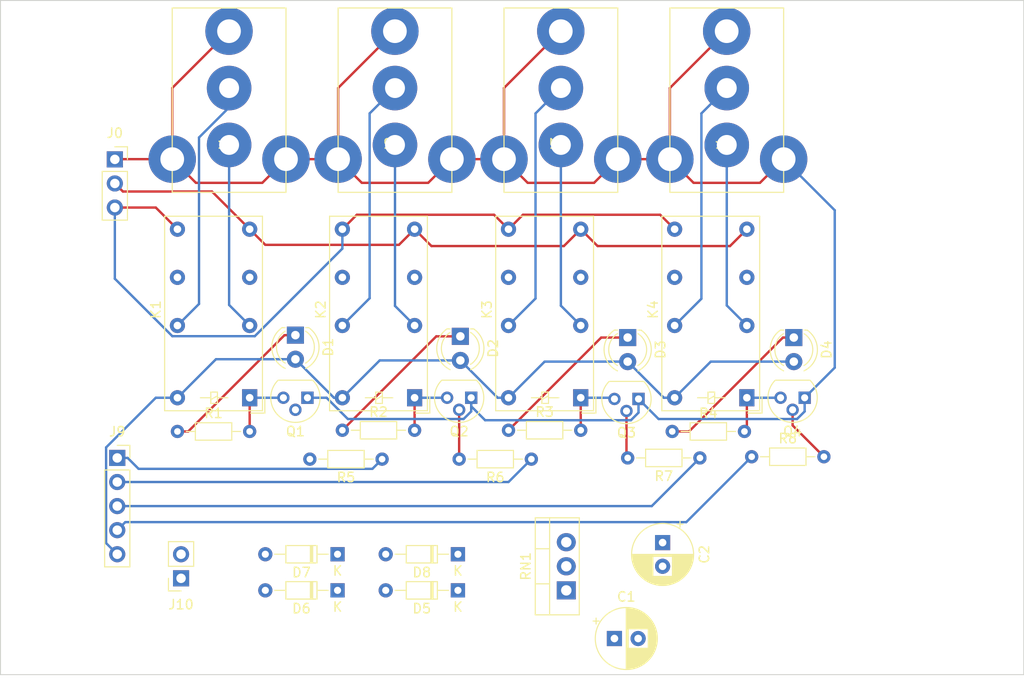
<source format=kicad_pcb>
(kicad_pcb (version 20171130) (host pcbnew "(5.1.6)-1")

  (general
    (thickness 1.6)
    (drawings 4)
    (tracks 142)
    (zones 0)
    (modules 34)
    (nets 40)
  )

  (page A4)
  (layers
    (0 F.Cu signal)
    (31 B.Cu signal)
    (32 B.Adhes user)
    (33 F.Adhes user)
    (34 B.Paste user)
    (35 F.Paste user)
    (36 B.SilkS user)
    (37 F.SilkS user)
    (38 B.Mask user)
    (39 F.Mask user)
    (40 Dwgs.User user)
    (41 Cmts.User user)
    (42 Eco1.User user)
    (43 Eco2.User user)
    (44 Edge.Cuts user)
    (45 Margin user)
    (46 B.CrtYd user)
    (47 F.CrtYd user)
    (48 B.Fab user)
    (49 F.Fab user)
  )

  (setup
    (last_trace_width 0.25)
    (trace_clearance 0.2)
    (zone_clearance 0.508)
    (zone_45_only no)
    (trace_min 0.2)
    (via_size 0.8)
    (via_drill 0.4)
    (via_min_size 0.4)
    (via_min_drill 0.3)
    (uvia_size 0.3)
    (uvia_drill 0.1)
    (uvias_allowed no)
    (uvia_min_size 0.2)
    (uvia_min_drill 0.1)
    (edge_width 0.1)
    (segment_width 0.2)
    (pcb_text_width 0.3)
    (pcb_text_size 1.5 1.5)
    (mod_edge_width 0.15)
    (mod_text_size 1 1)
    (mod_text_width 0.15)
    (pad_size 5 5)
    (pad_drill 2.5)
    (pad_to_mask_clearance 0)
    (aux_axis_origin 0 0)
    (visible_elements 7FFFFFFF)
    (pcbplotparams
      (layerselection 0x010fc_ffffffff)
      (usegerberextensions false)
      (usegerberattributes true)
      (usegerberadvancedattributes true)
      (creategerberjobfile true)
      (excludeedgelayer true)
      (linewidth 0.100000)
      (plotframeref false)
      (viasonmask false)
      (mode 1)
      (useauxorigin false)
      (hpglpennumber 1)
      (hpglpenspeed 20)
      (hpglpendiameter 15.000000)
      (psnegative false)
      (psa4output false)
      (plotreference true)
      (plotvalue true)
      (plotinvisibletext false)
      (padsonsilk false)
      (subtractmaskfromsilk false)
      (outputformat 1)
      (mirror false)
      (drillshape 1)
      (scaleselection 1)
      (outputdirectory ""))
  )

  (net 0 "")
  (net 1 "Net-(C1-Pad1)")
  (net 2 0v)
  (net 3 +12v)
  (net 4 "Net-(D1-Pad1)")
  (net 5 "Net-(D2-Pad1)")
  (net 6 "Net-(D3-Pad1)")
  (net 7 "Net-(D4-Pad1)")
  (net 8 "Net-(D5-Pad2)")
  (net 9 "Net-(D7-Pad1)")
  (net 10 "Net-(J0-Pad2)")
  (net 11 "Net-(J0-Pad3)")
  (net 12 "Net-(J9-Pad1)")
  (net 13 "Net-(J9-Pad2)")
  (net 14 "Net-(J9-Pad3)")
  (net 15 "Net-(J9-Pad4)")
  (net 16 /S1)
  (net 17 /S2)
  (net 18 /S3)
  (net 19 /S4)
  (net 20 "Net-(J1-Pad1)")
  (net 21 "Net-(J2-Pad1)")
  (net 22 "Net-(J3-Pad1)")
  (net 23 "Net-(J4-Pad1)")
  (net 24 "Net-(J1-Pad3)")
  (net 25 "Net-(J2-Pad3)")
  (net 26 "Net-(J3-Pad3)")
  (net 27 "Net-(J4-Pad3)")
  (net 28 "Net-(K1-Pad12)")
  (net 29 /K1)
  (net 30 "Net-(K1-Pad22)")
  (net 31 "Net-(K2-Pad22)")
  (net 32 /K2)
  (net 33 "Net-(K2-Pad12)")
  (net 34 "Net-(K3-Pad12)")
  (net 35 "Net-(K3-Pad22)")
  (net 36 "Net-(K4-Pad22)")
  (net 37 "Net-(K4-Pad12)")
  (net 38 /K3)
  (net 39 /K4)

  (net_class Default "This is the default net class."
    (clearance 0.2)
    (trace_width 0.25)
    (via_dia 0.8)
    (via_drill 0.4)
    (uvia_dia 0.3)
    (uvia_drill 0.1)
    (add_net +12v)
    (add_net /K1)
    (add_net /K2)
    (add_net /K3)
    (add_net /K4)
    (add_net /S1)
    (add_net /S2)
    (add_net /S3)
    (add_net /S4)
    (add_net 0v)
    (add_net "Net-(C1-Pad1)")
    (add_net "Net-(D1-Pad1)")
    (add_net "Net-(D2-Pad1)")
    (add_net "Net-(D3-Pad1)")
    (add_net "Net-(D4-Pad1)")
    (add_net "Net-(D5-Pad2)")
    (add_net "Net-(D7-Pad1)")
    (add_net "Net-(J0-Pad2)")
    (add_net "Net-(J0-Pad3)")
    (add_net "Net-(J1-Pad1)")
    (add_net "Net-(J1-Pad3)")
    (add_net "Net-(J2-Pad1)")
    (add_net "Net-(J2-Pad3)")
    (add_net "Net-(J3-Pad1)")
    (add_net "Net-(J3-Pad3)")
    (add_net "Net-(J4-Pad1)")
    (add_net "Net-(J4-Pad3)")
    (add_net "Net-(J9-Pad1)")
    (add_net "Net-(J9-Pad2)")
    (add_net "Net-(J9-Pad3)")
    (add_net "Net-(J9-Pad4)")
    (add_net "Net-(K1-Pad12)")
    (add_net "Net-(K1-Pad22)")
    (add_net "Net-(K2-Pad12)")
    (add_net "Net-(K2-Pad22)")
    (add_net "Net-(K3-Pad12)")
    (add_net "Net-(K3-Pad22)")
    (add_net "Net-(K4-Pad12)")
    (add_net "Net-(K4-Pad22)")
  )

  (module KIT:RCA (layer F.Cu) (tedit 5F9EC1FE) (tstamp 5F5E61BE)
    (at 80 49.53 270)
    (path /5F60E98A)
    (fp_text reference J1 (at 0 0.5 270) (layer F.SilkS)
      (effects (font (size 1 1) (thickness 0.15)))
    )
    (fp_text value ~ (at 0 -0.5 270) (layer F.Fab)
      (effects (font (size 1 1) (thickness 0.15)))
    )
    (fp_line (start -14.45 -6) (end -14.45 6) (layer F.SilkS) (width 0.12))
    (fp_line (start -14.45 -6) (end 5 -6) (layer F.SilkS) (width 0.12))
    (fp_line (start 5 -6) (end 5 6) (layer F.SilkS) (width 0.12))
    (fp_line (start 5 6) (end -14.45 6) (layer F.SilkS) (width 0.12))
    (fp_line (start 5.5 -7) (end -14.95 -7) (layer F.CrtYd) (width 0.12))
    (fp_line (start 5.5 -7) (end 5.5 7) (layer F.CrtYd) (width 0.12))
    (fp_line (start 5.5 7) (end -14.95 7) (layer F.CrtYd) (width 0.12))
    (fp_line (start -14.95 7) (end -14.95 -7) (layer F.CrtYd) (width 0.12))
    (pad 1 thru_hole circle (at 0 0 270) (size 4.7 4.7) (drill 2.1) (layers *.Cu *.Mask)
      (net 20 "Net-(J1-Pad1)"))
    (pad 3 thru_hole circle (at -6 0 270) (size 4.7 4.7) (drill 2.1) (layers *.Cu *.Mask)
      (net 24 "Net-(J1-Pad3)"))
    (pad 2 thru_hole circle (at -12 0.01 270) (size 5 5) (drill 2.5) (layers *.Cu *.Mask)
      (net 2 0v))
    (pad 2 thru_hole circle (at 1.5 -6 270) (size 5 5) (drill 2.5) (layers *.Cu *.Mask)
      (net 2 0v))
    (pad 2 thru_hole circle (at 1.5 6 270) (size 5 5) (drill 2.5) (layers *.Cu *.Mask)
      (net 2 0v))
  )

  (module KIT:RCA (layer F.Cu) (tedit 5F9EC1FE) (tstamp 5F5E61CF)
    (at 97.5 49.53 270)
    (path /5F60EF7B)
    (fp_text reference J2 (at 0 0.5 90) (layer F.SilkS)
      (effects (font (size 1 1) (thickness 0.15)))
    )
    (fp_text value ~ (at 0 -0.5 90) (layer F.Fab)
      (effects (font (size 1 1) (thickness 0.15)))
    )
    (fp_line (start -14.45 -6) (end -14.45 6) (layer F.SilkS) (width 0.12))
    (fp_line (start -14.45 -6) (end 5 -6) (layer F.SilkS) (width 0.12))
    (fp_line (start 5 -6) (end 5 6) (layer F.SilkS) (width 0.12))
    (fp_line (start 5 6) (end -14.45 6) (layer F.SilkS) (width 0.12))
    (fp_line (start 5.5 -7) (end -14.95 -7) (layer F.CrtYd) (width 0.12))
    (fp_line (start 5.5 -7) (end 5.5 7) (layer F.CrtYd) (width 0.12))
    (fp_line (start 5.5 7) (end -14.95 7) (layer F.CrtYd) (width 0.12))
    (fp_line (start -14.95 7) (end -14.95 -7) (layer F.CrtYd) (width 0.12))
    (pad 1 thru_hole circle (at 0 0 270) (size 4.7 4.7) (drill 2.1) (layers *.Cu *.Mask)
      (net 21 "Net-(J2-Pad1)"))
    (pad 3 thru_hole circle (at -6 0 270) (size 4.7 4.7) (drill 2.1) (layers *.Cu *.Mask)
      (net 25 "Net-(J2-Pad3)"))
    (pad 2 thru_hole circle (at -12 0.01 270) (size 5 5) (drill 2.5) (layers *.Cu *.Mask)
      (net 2 0v))
    (pad 2 thru_hole circle (at 1.5 -6 270) (size 5 5) (drill 2.5) (layers *.Cu *.Mask)
      (net 2 0v))
    (pad 2 thru_hole circle (at 1.5 6 270) (size 5 5) (drill 2.5) (layers *.Cu *.Mask)
      (net 2 0v))
  )

  (module KIT:RCA (layer F.Cu) (tedit 5F9EC1FE) (tstamp 5F5E61E0)
    (at 115 49.53 270)
    (path /5F60FB13)
    (fp_text reference J3 (at 0 0.5 90) (layer F.SilkS)
      (effects (font (size 1 1) (thickness 0.15)))
    )
    (fp_text value ~ (at 0 -0.5 90) (layer F.Fab)
      (effects (font (size 1 1) (thickness 0.15)))
    )
    (fp_line (start -14.45 -6) (end -14.45 6) (layer F.SilkS) (width 0.12))
    (fp_line (start -14.45 -6) (end 5 -6) (layer F.SilkS) (width 0.12))
    (fp_line (start 5 -6) (end 5 6) (layer F.SilkS) (width 0.12))
    (fp_line (start 5 6) (end -14.45 6) (layer F.SilkS) (width 0.12))
    (fp_line (start 5.5 -7) (end -14.95 -7) (layer F.CrtYd) (width 0.12))
    (fp_line (start 5.5 -7) (end 5.5 7) (layer F.CrtYd) (width 0.12))
    (fp_line (start 5.5 7) (end -14.95 7) (layer F.CrtYd) (width 0.12))
    (fp_line (start -14.95 7) (end -14.95 -7) (layer F.CrtYd) (width 0.12))
    (pad 1 thru_hole circle (at 0 0 270) (size 4.7 4.7) (drill 2.1) (layers *.Cu *.Mask)
      (net 22 "Net-(J3-Pad1)"))
    (pad 3 thru_hole circle (at -6 0 270) (size 4.7 4.7) (drill 2.1) (layers *.Cu *.Mask)
      (net 26 "Net-(J3-Pad3)"))
    (pad 2 thru_hole circle (at -12 0.01 270) (size 5 5) (drill 2.5) (layers *.Cu *.Mask)
      (net 2 0v))
    (pad 2 thru_hole circle (at 1.5 -6 270) (size 5 5) (drill 2.5) (layers *.Cu *.Mask)
      (net 2 0v))
    (pad 2 thru_hole circle (at 1.5 6 270) (size 5 5) (drill 2.5) (layers *.Cu *.Mask)
      (net 2 0v))
  )

  (module KIT:RCA (layer F.Cu) (tedit 5F9EC1FE) (tstamp 5F5E61F1)
    (at 132.5 49.53 270)
    (path /5F61057A)
    (fp_text reference J4 (at 0 0.5 90) (layer F.SilkS)
      (effects (font (size 1 1) (thickness 0.15)))
    )
    (fp_text value ~ (at 0 -0.5 90) (layer F.Fab)
      (effects (font (size 1 1) (thickness 0.15)))
    )
    (fp_line (start -14.45 -6) (end -14.45 6) (layer F.SilkS) (width 0.12))
    (fp_line (start -14.45 -6) (end 5 -6) (layer F.SilkS) (width 0.12))
    (fp_line (start 5 -6) (end 5 6) (layer F.SilkS) (width 0.12))
    (fp_line (start 5 6) (end -14.45 6) (layer F.SilkS) (width 0.12))
    (fp_line (start 5.5 -7) (end -14.95 -7) (layer F.CrtYd) (width 0.12))
    (fp_line (start 5.5 -7) (end 5.5 7) (layer F.CrtYd) (width 0.12))
    (fp_line (start 5.5 7) (end -14.95 7) (layer F.CrtYd) (width 0.12))
    (fp_line (start -14.95 7) (end -14.95 -7) (layer F.CrtYd) (width 0.12))
    (pad 1 thru_hole circle (at 0 0 270) (size 4.7 4.7) (drill 2.1) (layers *.Cu *.Mask)
      (net 23 "Net-(J4-Pad1)"))
    (pad 3 thru_hole circle (at -6 0 270) (size 4.7 4.7) (drill 2.1) (layers *.Cu *.Mask)
      (net 27 "Net-(J4-Pad3)"))
    (pad 2 thru_hole circle (at -12 0.01 270) (size 5 5) (drill 2.5) (layers *.Cu *.Mask)
      (net 2 0v))
    (pad 2 thru_hole circle (at 1.5 -6 270) (size 5 5) (drill 2.5) (layers *.Cu *.Mask)
      (net 2 0v))
    (pad 2 thru_hole circle (at 1.5 6 270) (size 5 5) (drill 2.5) (layers *.Cu *.Mask)
      (net 2 0v))
  )

  (module Connector_PinSocket_2.54mm:PinSocket_1x03_P2.54mm_Vertical (layer F.Cu) (tedit 5A19A429) (tstamp 5F5E4CB4)
    (at 67.945 51.054)
    (descr "Through hole straight socket strip, 1x03, 2.54mm pitch, single row (from Kicad 4.0.7), script generated")
    (tags "Through hole socket strip THT 1x03 2.54mm single row")
    (path /5F6093D8)
    (fp_text reference J0 (at 0 -2.77) (layer F.SilkS)
      (effects (font (size 1 1) (thickness 0.15)))
    )
    (fp_text value ~ (at 0 7.85) (layer F.Fab)
      (effects (font (size 1 1) (thickness 0.15)))
    )
    (fp_line (start -1.8 6.85) (end -1.8 -1.8) (layer F.CrtYd) (width 0.05))
    (fp_line (start 1.75 6.85) (end -1.8 6.85) (layer F.CrtYd) (width 0.05))
    (fp_line (start 1.75 -1.8) (end 1.75 6.85) (layer F.CrtYd) (width 0.05))
    (fp_line (start -1.8 -1.8) (end 1.75 -1.8) (layer F.CrtYd) (width 0.05))
    (fp_line (start 0 -1.33) (end 1.33 -1.33) (layer F.SilkS) (width 0.12))
    (fp_line (start 1.33 -1.33) (end 1.33 0) (layer F.SilkS) (width 0.12))
    (fp_line (start 1.33 1.27) (end 1.33 6.41) (layer F.SilkS) (width 0.12))
    (fp_line (start -1.33 6.41) (end 1.33 6.41) (layer F.SilkS) (width 0.12))
    (fp_line (start -1.33 1.27) (end -1.33 6.41) (layer F.SilkS) (width 0.12))
    (fp_line (start -1.33 1.27) (end 1.33 1.27) (layer F.SilkS) (width 0.12))
    (fp_line (start -1.27 6.35) (end -1.27 -1.27) (layer F.Fab) (width 0.1))
    (fp_line (start 1.27 6.35) (end -1.27 6.35) (layer F.Fab) (width 0.1))
    (fp_line (start 1.27 -0.635) (end 1.27 6.35) (layer F.Fab) (width 0.1))
    (fp_line (start 0.635 -1.27) (end 1.27 -0.635) (layer F.Fab) (width 0.1))
    (fp_line (start -1.27 -1.27) (end 0.635 -1.27) (layer F.Fab) (width 0.1))
    (fp_text user %R (at 0 2.54 90) (layer F.Fab)
      (effects (font (size 1 1) (thickness 0.15)))
    )
    (pad 1 thru_hole rect (at 0 0) (size 1.7 1.7) (drill 1) (layers *.Cu *.Mask)
      (net 2 0v))
    (pad 2 thru_hole oval (at 0 2.54) (size 1.7 1.7) (drill 1) (layers *.Cu *.Mask)
      (net 10 "Net-(J0-Pad2)"))
    (pad 3 thru_hole oval (at 0 5.08) (size 1.7 1.7) (drill 1) (layers *.Cu *.Mask)
      (net 11 "Net-(J0-Pad3)"))
    (model ${KISYS3DMOD}/Connector_PinSocket_2.54mm.3dshapes/PinSocket_1x03_P2.54mm_Vertical.wrl
      (at (xyz 0 0 0))
      (scale (xyz 1 1 1))
      (rotate (xyz 0 0 0))
    )
  )

  (module Connector_PinSocket_2.54mm:PinSocket_1x05_P2.54mm_Vertical (layer F.Cu) (tedit 5A19A420) (tstamp 5F5E4DD5)
    (at 68.199 82.55)
    (descr "Through hole straight socket strip, 1x05, 2.54mm pitch, single row (from Kicad 4.0.7), script generated")
    (tags "Through hole socket strip THT 1x05 2.54mm single row")
    (path /5F649BE4)
    (fp_text reference J9 (at 0 -2.77) (layer F.SilkS)
      (effects (font (size 1 1) (thickness 0.15)))
    )
    (fp_text value ~ (at 0 12.93) (layer F.Fab)
      (effects (font (size 1 1) (thickness 0.15)))
    )
    (fp_line (start -1.8 11.9) (end -1.8 -1.8) (layer F.CrtYd) (width 0.05))
    (fp_line (start 1.75 11.9) (end -1.8 11.9) (layer F.CrtYd) (width 0.05))
    (fp_line (start 1.75 -1.8) (end 1.75 11.9) (layer F.CrtYd) (width 0.05))
    (fp_line (start -1.8 -1.8) (end 1.75 -1.8) (layer F.CrtYd) (width 0.05))
    (fp_line (start 0 -1.33) (end 1.33 -1.33) (layer F.SilkS) (width 0.12))
    (fp_line (start 1.33 -1.33) (end 1.33 0) (layer F.SilkS) (width 0.12))
    (fp_line (start 1.33 1.27) (end 1.33 11.49) (layer F.SilkS) (width 0.12))
    (fp_line (start -1.33 11.49) (end 1.33 11.49) (layer F.SilkS) (width 0.12))
    (fp_line (start -1.33 1.27) (end -1.33 11.49) (layer F.SilkS) (width 0.12))
    (fp_line (start -1.33 1.27) (end 1.33 1.27) (layer F.SilkS) (width 0.12))
    (fp_line (start -1.27 11.43) (end -1.27 -1.27) (layer F.Fab) (width 0.1))
    (fp_line (start 1.27 11.43) (end -1.27 11.43) (layer F.Fab) (width 0.1))
    (fp_line (start 1.27 -0.635) (end 1.27 11.43) (layer F.Fab) (width 0.1))
    (fp_line (start 0.635 -1.27) (end 1.27 -0.635) (layer F.Fab) (width 0.1))
    (fp_line (start -1.27 -1.27) (end 0.635 -1.27) (layer F.Fab) (width 0.1))
    (fp_text user %R (at 0 5.08 90) (layer F.Fab)
      (effects (font (size 1 1) (thickness 0.15)))
    )
    (pad 1 thru_hole rect (at 0 0) (size 1.7 1.7) (drill 1) (layers *.Cu *.Mask)
      (net 12 "Net-(J9-Pad1)"))
    (pad 2 thru_hole oval (at 0 2.54) (size 1.7 1.7) (drill 1) (layers *.Cu *.Mask)
      (net 13 "Net-(J9-Pad2)"))
    (pad 3 thru_hole oval (at 0 5.08) (size 1.7 1.7) (drill 1) (layers *.Cu *.Mask)
      (net 14 "Net-(J9-Pad3)"))
    (pad 4 thru_hole oval (at 0 7.62) (size 1.7 1.7) (drill 1) (layers *.Cu *.Mask)
      (net 15 "Net-(J9-Pad4)"))
    (pad 5 thru_hole oval (at 0 10.16) (size 1.7 1.7) (drill 1) (layers *.Cu *.Mask)
      (net 3 +12v))
    (model ${KISYS3DMOD}/Connector_PinSocket_2.54mm.3dshapes/PinSocket_1x05_P2.54mm_Vertical.wrl
      (at (xyz 0 0 0))
      (scale (xyz 1 1 1))
      (rotate (xyz 0 0 0))
    )
  )

  (module Connector_PinSocket_2.54mm:PinSocket_1x02_P2.54mm_Vertical (layer F.Cu) (tedit 5A19A420) (tstamp 5F5E4DEB)
    (at 74.93 95.25 180)
    (descr "Through hole straight socket strip, 1x02, 2.54mm pitch, single row (from Kicad 4.0.7), script generated")
    (tags "Through hole socket strip THT 1x02 2.54mm single row")
    (path /5F652B0A)
    (fp_text reference J10 (at 0 -2.77) (layer F.SilkS)
      (effects (font (size 1 1) (thickness 0.15)))
    )
    (fp_text value ~ (at 0 5.31) (layer F.Fab)
      (effects (font (size 1 1) (thickness 0.15)))
    )
    (fp_line (start -1.8 4.3) (end -1.8 -1.8) (layer F.CrtYd) (width 0.05))
    (fp_line (start 1.75 4.3) (end -1.8 4.3) (layer F.CrtYd) (width 0.05))
    (fp_line (start 1.75 -1.8) (end 1.75 4.3) (layer F.CrtYd) (width 0.05))
    (fp_line (start -1.8 -1.8) (end 1.75 -1.8) (layer F.CrtYd) (width 0.05))
    (fp_line (start 0 -1.33) (end 1.33 -1.33) (layer F.SilkS) (width 0.12))
    (fp_line (start 1.33 -1.33) (end 1.33 0) (layer F.SilkS) (width 0.12))
    (fp_line (start 1.33 1.27) (end 1.33 3.87) (layer F.SilkS) (width 0.12))
    (fp_line (start -1.33 3.87) (end 1.33 3.87) (layer F.SilkS) (width 0.12))
    (fp_line (start -1.33 1.27) (end -1.33 3.87) (layer F.SilkS) (width 0.12))
    (fp_line (start -1.33 1.27) (end 1.33 1.27) (layer F.SilkS) (width 0.12))
    (fp_line (start -1.27 3.81) (end -1.27 -1.27) (layer F.Fab) (width 0.1))
    (fp_line (start 1.27 3.81) (end -1.27 3.81) (layer F.Fab) (width 0.1))
    (fp_line (start 1.27 -0.635) (end 1.27 3.81) (layer F.Fab) (width 0.1))
    (fp_line (start 0.635 -1.27) (end 1.27 -0.635) (layer F.Fab) (width 0.1))
    (fp_line (start -1.27 -1.27) (end 0.635 -1.27) (layer F.Fab) (width 0.1))
    (fp_text user %R (at 0 1.27 90) (layer F.Fab)
      (effects (font (size 1 1) (thickness 0.15)))
    )
    (pad 1 thru_hole rect (at 0 0 180) (size 1.7 1.7) (drill 1) (layers *.Cu *.Mask)
      (net 8 "Net-(D5-Pad2)"))
    (pad 2 thru_hole oval (at 0 2.54 180) (size 1.7 1.7) (drill 1) (layers *.Cu *.Mask)
      (net 9 "Net-(D7-Pad1)"))
    (model ${KISYS3DMOD}/Connector_PinSocket_2.54mm.3dshapes/PinSocket_1x02_P2.54mm_Vertical.wrl
      (at (xyz 0 0 0))
      (scale (xyz 1 1 1))
      (rotate (xyz 0 0 0))
    )
  )

  (module Package_TO_SOT_THT:TO-92 (layer F.Cu) (tedit 5A279852) (tstamp 5F5EBE47)
    (at 88.265 76.2 180)
    (descr "TO-92 leads molded, narrow, drill 0.75mm (see NXP sot054_po.pdf)")
    (tags "to-92 sc-43 sc-43a sot54 PA33 transistor")
    (path /5F61C171)
    (fp_text reference Q1 (at 1.27 -3.56) (layer F.SilkS)
      (effects (font (size 1 1) (thickness 0.15)))
    )
    (fp_text value ~ (at 1.27 2.79) (layer F.Fab)
      (effects (font (size 1 1) (thickness 0.15)))
    )
    (fp_line (start 4 2.01) (end -1.46 2.01) (layer F.CrtYd) (width 0.05))
    (fp_line (start 4 2.01) (end 4 -2.73) (layer F.CrtYd) (width 0.05))
    (fp_line (start -1.46 -2.73) (end -1.46 2.01) (layer F.CrtYd) (width 0.05))
    (fp_line (start -1.46 -2.73) (end 4 -2.73) (layer F.CrtYd) (width 0.05))
    (fp_line (start -0.5 1.75) (end 3 1.75) (layer F.Fab) (width 0.1))
    (fp_line (start -0.53 1.85) (end 3.07 1.85) (layer F.SilkS) (width 0.12))
    (fp_text user %R (at 1.27 -3.56) (layer F.Fab)
      (effects (font (size 1 1) (thickness 0.15)))
    )
    (fp_arc (start 1.27 0) (end 1.27 -2.48) (angle 135) (layer F.Fab) (width 0.1))
    (fp_arc (start 1.27 0) (end 1.27 -2.6) (angle -135) (layer F.SilkS) (width 0.12))
    (fp_arc (start 1.27 0) (end 1.27 -2.48) (angle -135) (layer F.Fab) (width 0.1))
    (fp_arc (start 1.27 0) (end 1.27 -2.6) (angle 135) (layer F.SilkS) (width 0.12))
    (pad 2 thru_hole circle (at 1.27 -1.27 270) (size 1.3 1.3) (drill 0.75) (layers *.Cu *.Mask)
      (net 16 /S1))
    (pad 3 thru_hole circle (at 2.54 0 270) (size 1.3 1.3) (drill 0.75) (layers *.Cu *.Mask)
      (net 29 /K1))
    (pad 1 thru_hole rect (at 0 0 270) (size 1.3 1.3) (drill 0.75) (layers *.Cu *.Mask)
      (net 2 0v))
    (model ${KISYS3DMOD}/Package_TO_SOT_THT.3dshapes/TO-92.wrl
      (at (xyz 0 0 0))
      (scale (xyz 1 1 1))
      (rotate (xyz 0 0 0))
    )
  )

  (module Package_TO_SOT_THT:TO-92 (layer F.Cu) (tedit 5A279852) (tstamp 5F9F03E2)
    (at 105.537 76.2 180)
    (descr "TO-92 leads molded, narrow, drill 0.75mm (see NXP sot054_po.pdf)")
    (tags "to-92 sc-43 sc-43a sot54 PA33 transistor")
    (path /5F61BBC7)
    (fp_text reference Q2 (at 1.27 -3.56) (layer F.SilkS)
      (effects (font (size 1 1) (thickness 0.15)))
    )
    (fp_text value ~ (at 1.27 2.79) (layer F.Fab)
      (effects (font (size 1 1) (thickness 0.15)))
    )
    (fp_line (start -0.53 1.85) (end 3.07 1.85) (layer F.SilkS) (width 0.12))
    (fp_line (start -0.5 1.75) (end 3 1.75) (layer F.Fab) (width 0.1))
    (fp_line (start -1.46 -2.73) (end 4 -2.73) (layer F.CrtYd) (width 0.05))
    (fp_line (start -1.46 -2.73) (end -1.46 2.01) (layer F.CrtYd) (width 0.05))
    (fp_line (start 4 2.01) (end 4 -2.73) (layer F.CrtYd) (width 0.05))
    (fp_line (start 4 2.01) (end -1.46 2.01) (layer F.CrtYd) (width 0.05))
    (fp_arc (start 1.27 0) (end 1.27 -2.6) (angle 135) (layer F.SilkS) (width 0.12))
    (fp_arc (start 1.27 0) (end 1.27 -2.48) (angle -135) (layer F.Fab) (width 0.1))
    (fp_arc (start 1.27 0) (end 1.27 -2.6) (angle -135) (layer F.SilkS) (width 0.12))
    (fp_arc (start 1.27 0) (end 1.27 -2.48) (angle 135) (layer F.Fab) (width 0.1))
    (fp_text user %R (at 1.27 -3.56) (layer F.Fab)
      (effects (font (size 1 1) (thickness 0.15)))
    )
    (pad 1 thru_hole rect (at 0 0 270) (size 1.3 1.3) (drill 0.75) (layers *.Cu *.Mask)
      (net 2 0v))
    (pad 3 thru_hole circle (at 2.54 0 270) (size 1.3 1.3) (drill 0.75) (layers *.Cu *.Mask)
      (net 32 /K2))
    (pad 2 thru_hole circle (at 1.27 -1.27 270) (size 1.3 1.3) (drill 0.75) (layers *.Cu *.Mask)
      (net 17 /S2))
    (model ${KISYS3DMOD}/Package_TO_SOT_THT.3dshapes/TO-92.wrl
      (at (xyz 0 0 0))
      (scale (xyz 1 1 1))
      (rotate (xyz 0 0 0))
    )
  )

  (module Package_TO_SOT_THT:TO-92 (layer F.Cu) (tedit 5A279852) (tstamp 5F5E4EB5)
    (at 123.19 76.327 180)
    (descr "TO-92 leads molded, narrow, drill 0.75mm (see NXP sot054_po.pdf)")
    (tags "to-92 sc-43 sc-43a sot54 PA33 transistor")
    (path /5F61B426)
    (fp_text reference Q3 (at 1.27 -3.56) (layer F.SilkS)
      (effects (font (size 1 1) (thickness 0.15)))
    )
    (fp_text value ~ (at 1.27 2.79) (layer F.Fab)
      (effects (font (size 1 1) (thickness 0.15)))
    )
    (fp_line (start 4 2.01) (end -1.46 2.01) (layer F.CrtYd) (width 0.05))
    (fp_line (start 4 2.01) (end 4 -2.73) (layer F.CrtYd) (width 0.05))
    (fp_line (start -1.46 -2.73) (end -1.46 2.01) (layer F.CrtYd) (width 0.05))
    (fp_line (start -1.46 -2.73) (end 4 -2.73) (layer F.CrtYd) (width 0.05))
    (fp_line (start -0.5 1.75) (end 3 1.75) (layer F.Fab) (width 0.1))
    (fp_line (start -0.53 1.85) (end 3.07 1.85) (layer F.SilkS) (width 0.12))
    (fp_text user %R (at 1.27 -3.56) (layer F.Fab)
      (effects (font (size 1 1) (thickness 0.15)))
    )
    (fp_arc (start 1.27 0) (end 1.27 -2.48) (angle 135) (layer F.Fab) (width 0.1))
    (fp_arc (start 1.27 0) (end 1.27 -2.6) (angle -135) (layer F.SilkS) (width 0.12))
    (fp_arc (start 1.27 0) (end 1.27 -2.48) (angle -135) (layer F.Fab) (width 0.1))
    (fp_arc (start 1.27 0) (end 1.27 -2.6) (angle 135) (layer F.SilkS) (width 0.12))
    (pad 2 thru_hole circle (at 1.27 -1.27 270) (size 1.3 1.3) (drill 0.75) (layers *.Cu *.Mask)
      (net 18 /S3))
    (pad 3 thru_hole circle (at 2.54 0 270) (size 1.3 1.3) (drill 0.75) (layers *.Cu *.Mask)
      (net 38 /K3))
    (pad 1 thru_hole rect (at 0 0 270) (size 1.3 1.3) (drill 0.75) (layers *.Cu *.Mask)
      (net 2 0v))
    (model ${KISYS3DMOD}/Package_TO_SOT_THT.3dshapes/TO-92.wrl
      (at (xyz 0 0 0))
      (scale (xyz 1 1 1))
      (rotate (xyz 0 0 0))
    )
  )

  (module Package_TO_SOT_THT:TO-92 (layer F.Cu) (tedit 5A279852) (tstamp 5F5E4EC7)
    (at 140.716 76.2 180)
    (descr "TO-92 leads molded, narrow, drill 0.75mm (see NXP sot054_po.pdf)")
    (tags "to-92 sc-43 sc-43a sot54 PA33 transistor")
    (path /5F61A634)
    (fp_text reference Q4 (at 1.27 -3.56) (layer F.SilkS)
      (effects (font (size 1 1) (thickness 0.15)))
    )
    (fp_text value ~ (at 1.27 2.79) (layer F.Fab)
      (effects (font (size 1 1) (thickness 0.15)))
    )
    (fp_line (start -0.53 1.85) (end 3.07 1.85) (layer F.SilkS) (width 0.12))
    (fp_line (start -0.5 1.75) (end 3 1.75) (layer F.Fab) (width 0.1))
    (fp_line (start -1.46 -2.73) (end 4 -2.73) (layer F.CrtYd) (width 0.05))
    (fp_line (start -1.46 -2.73) (end -1.46 2.01) (layer F.CrtYd) (width 0.05))
    (fp_line (start 4 2.01) (end 4 -2.73) (layer F.CrtYd) (width 0.05))
    (fp_line (start 4 2.01) (end -1.46 2.01) (layer F.CrtYd) (width 0.05))
    (fp_arc (start 1.27 0) (end 1.27 -2.6) (angle 135) (layer F.SilkS) (width 0.12))
    (fp_arc (start 1.27 0) (end 1.27 -2.48) (angle -135) (layer F.Fab) (width 0.1))
    (fp_arc (start 1.27 0) (end 1.27 -2.6) (angle -135) (layer F.SilkS) (width 0.12))
    (fp_arc (start 1.27 0) (end 1.27 -2.48) (angle 135) (layer F.Fab) (width 0.1))
    (fp_text user %R (at 1.27 -3.56) (layer F.Fab)
      (effects (font (size 1 1) (thickness 0.15)))
    )
    (pad 1 thru_hole rect (at 0 0 270) (size 1.3 1.3) (drill 0.75) (layers *.Cu *.Mask)
      (net 2 0v))
    (pad 3 thru_hole circle (at 2.54 0 270) (size 1.3 1.3) (drill 0.75) (layers *.Cu *.Mask)
      (net 39 /K4))
    (pad 2 thru_hole circle (at 1.27 -1.27 270) (size 1.3 1.3) (drill 0.75) (layers *.Cu *.Mask)
      (net 19 /S4))
    (model ${KISYS3DMOD}/Package_TO_SOT_THT.3dshapes/TO-92.wrl
      (at (xyz 0 0 0))
      (scale (xyz 1 1 1))
      (rotate (xyz 0 0 0))
    )
  )

  (module Resistor_THT:R_Axial_DIN0204_L3.6mm_D1.6mm_P7.62mm_Horizontal (layer F.Cu) (tedit 5AE5139B) (tstamp 5F9F0061)
    (at 74.549 79.756)
    (descr "Resistor, Axial_DIN0204 series, Axial, Horizontal, pin pitch=7.62mm, 0.167W, length*diameter=3.6*1.6mm^2, http://cdn-reichelt.de/documents/datenblatt/B400/1_4W%23YAG.pdf")
    (tags "Resistor Axial_DIN0204 series Axial Horizontal pin pitch 7.62mm 0.167W length 3.6mm diameter 1.6mm")
    (path /5F62EEA1)
    (fp_text reference R1 (at 3.81 -1.92) (layer F.SilkS)
      (effects (font (size 1 1) (thickness 0.15)))
    )
    (fp_text value ~ (at 3.81 1.92) (layer F.Fab)
      (effects (font (size 1 1) (thickness 0.15)))
    )
    (fp_line (start 2.01 -0.8) (end 2.01 0.8) (layer F.Fab) (width 0.1))
    (fp_line (start 2.01 0.8) (end 5.61 0.8) (layer F.Fab) (width 0.1))
    (fp_line (start 5.61 0.8) (end 5.61 -0.8) (layer F.Fab) (width 0.1))
    (fp_line (start 5.61 -0.8) (end 2.01 -0.8) (layer F.Fab) (width 0.1))
    (fp_line (start 0 0) (end 2.01 0) (layer F.Fab) (width 0.1))
    (fp_line (start 7.62 0) (end 5.61 0) (layer F.Fab) (width 0.1))
    (fp_line (start 1.89 -0.92) (end 1.89 0.92) (layer F.SilkS) (width 0.12))
    (fp_line (start 1.89 0.92) (end 5.73 0.92) (layer F.SilkS) (width 0.12))
    (fp_line (start 5.73 0.92) (end 5.73 -0.92) (layer F.SilkS) (width 0.12))
    (fp_line (start 5.73 -0.92) (end 1.89 -0.92) (layer F.SilkS) (width 0.12))
    (fp_line (start 0.94 0) (end 1.89 0) (layer F.SilkS) (width 0.12))
    (fp_line (start 6.68 0) (end 5.73 0) (layer F.SilkS) (width 0.12))
    (fp_line (start -0.95 -1.05) (end -0.95 1.05) (layer F.CrtYd) (width 0.05))
    (fp_line (start -0.95 1.05) (end 8.57 1.05) (layer F.CrtYd) (width 0.05))
    (fp_line (start 8.57 1.05) (end 8.57 -1.05) (layer F.CrtYd) (width 0.05))
    (fp_line (start 8.57 -1.05) (end -0.95 -1.05) (layer F.CrtYd) (width 0.05))
    (fp_text user %R (at 3.81 0) (layer F.Fab)
      (effects (font (size 0.72 0.72) (thickness 0.108)))
    )
    (pad 2 thru_hole oval (at 7.62 0) (size 1.4 1.4) (drill 0.7) (layers *.Cu *.Mask)
      (net 29 /K1))
    (pad 1 thru_hole circle (at 0 0) (size 1.4 1.4) (drill 0.7) (layers *.Cu *.Mask)
      (net 4 "Net-(D1-Pad1)"))
    (model ${KISYS3DMOD}/Resistor_THT.3dshapes/R_Axial_DIN0204_L3.6mm_D1.6mm_P7.62mm_Horizontal.wrl
      (at (xyz 0 0 0))
      (scale (xyz 1 1 1))
      (rotate (xyz 0 0 0))
    )
  )

  (module Resistor_THT:R_Axial_DIN0204_L3.6mm_D1.6mm_P7.62mm_Horizontal (layer F.Cu) (tedit 5AE5139B) (tstamp 5F9F041A)
    (at 91.948 79.629)
    (descr "Resistor, Axial_DIN0204 series, Axial, Horizontal, pin pitch=7.62mm, 0.167W, length*diameter=3.6*1.6mm^2, http://cdn-reichelt.de/documents/datenblatt/B400/1_4W%23YAG.pdf")
    (tags "Resistor Axial_DIN0204 series Axial Horizontal pin pitch 7.62mm 0.167W length 3.6mm diameter 1.6mm")
    (path /5F62EB30)
    (fp_text reference R2 (at 3.81 -1.92) (layer F.SilkS)
      (effects (font (size 1 1) (thickness 0.15)))
    )
    (fp_text value ~ (at 3.81 1.92) (layer F.Fab)
      (effects (font (size 1 1) (thickness 0.15)))
    )
    (fp_line (start 8.57 -1.05) (end -0.95 -1.05) (layer F.CrtYd) (width 0.05))
    (fp_line (start 8.57 1.05) (end 8.57 -1.05) (layer F.CrtYd) (width 0.05))
    (fp_line (start -0.95 1.05) (end 8.57 1.05) (layer F.CrtYd) (width 0.05))
    (fp_line (start -0.95 -1.05) (end -0.95 1.05) (layer F.CrtYd) (width 0.05))
    (fp_line (start 6.68 0) (end 5.73 0) (layer F.SilkS) (width 0.12))
    (fp_line (start 0.94 0) (end 1.89 0) (layer F.SilkS) (width 0.12))
    (fp_line (start 5.73 -0.92) (end 1.89 -0.92) (layer F.SilkS) (width 0.12))
    (fp_line (start 5.73 0.92) (end 5.73 -0.92) (layer F.SilkS) (width 0.12))
    (fp_line (start 1.89 0.92) (end 5.73 0.92) (layer F.SilkS) (width 0.12))
    (fp_line (start 1.89 -0.92) (end 1.89 0.92) (layer F.SilkS) (width 0.12))
    (fp_line (start 7.62 0) (end 5.61 0) (layer F.Fab) (width 0.1))
    (fp_line (start 0 0) (end 2.01 0) (layer F.Fab) (width 0.1))
    (fp_line (start 5.61 -0.8) (end 2.01 -0.8) (layer F.Fab) (width 0.1))
    (fp_line (start 5.61 0.8) (end 5.61 -0.8) (layer F.Fab) (width 0.1))
    (fp_line (start 2.01 0.8) (end 5.61 0.8) (layer F.Fab) (width 0.1))
    (fp_line (start 2.01 -0.8) (end 2.01 0.8) (layer F.Fab) (width 0.1))
    (fp_text user %R (at 3.81 0) (layer F.Fab)
      (effects (font (size 0.72 0.72) (thickness 0.108)))
    )
    (pad 1 thru_hole circle (at 0 0) (size 1.4 1.4) (drill 0.7) (layers *.Cu *.Mask)
      (net 5 "Net-(D2-Pad1)"))
    (pad 2 thru_hole oval (at 7.62 0) (size 1.4 1.4) (drill 0.7) (layers *.Cu *.Mask)
      (net 32 /K2))
    (model ${KISYS3DMOD}/Resistor_THT.3dshapes/R_Axial_DIN0204_L3.6mm_D1.6mm_P7.62mm_Horizontal.wrl
      (at (xyz 0 0 0))
      (scale (xyz 1 1 1))
      (rotate (xyz 0 0 0))
    )
  )

  (module Resistor_THT:R_Axial_DIN0204_L3.6mm_D1.6mm_P7.62mm_Horizontal (layer F.Cu) (tedit 5AE5139B) (tstamp 5F5E4F0C)
    (at 109.474 79.629)
    (descr "Resistor, Axial_DIN0204 series, Axial, Horizontal, pin pitch=7.62mm, 0.167W, length*diameter=3.6*1.6mm^2, http://cdn-reichelt.de/documents/datenblatt/B400/1_4W%23YAG.pdf")
    (tags "Resistor Axial_DIN0204 series Axial Horizontal pin pitch 7.62mm 0.167W length 3.6mm diameter 1.6mm")
    (path /5F62E716)
    (fp_text reference R3 (at 3.81 -1.92) (layer F.SilkS)
      (effects (font (size 1 1) (thickness 0.15)))
    )
    (fp_text value ~ (at 3.81 1.92) (layer F.Fab)
      (effects (font (size 1 1) (thickness 0.15)))
    )
    (fp_line (start 2.01 -0.8) (end 2.01 0.8) (layer F.Fab) (width 0.1))
    (fp_line (start 2.01 0.8) (end 5.61 0.8) (layer F.Fab) (width 0.1))
    (fp_line (start 5.61 0.8) (end 5.61 -0.8) (layer F.Fab) (width 0.1))
    (fp_line (start 5.61 -0.8) (end 2.01 -0.8) (layer F.Fab) (width 0.1))
    (fp_line (start 0 0) (end 2.01 0) (layer F.Fab) (width 0.1))
    (fp_line (start 7.62 0) (end 5.61 0) (layer F.Fab) (width 0.1))
    (fp_line (start 1.89 -0.92) (end 1.89 0.92) (layer F.SilkS) (width 0.12))
    (fp_line (start 1.89 0.92) (end 5.73 0.92) (layer F.SilkS) (width 0.12))
    (fp_line (start 5.73 0.92) (end 5.73 -0.92) (layer F.SilkS) (width 0.12))
    (fp_line (start 5.73 -0.92) (end 1.89 -0.92) (layer F.SilkS) (width 0.12))
    (fp_line (start 0.94 0) (end 1.89 0) (layer F.SilkS) (width 0.12))
    (fp_line (start 6.68 0) (end 5.73 0) (layer F.SilkS) (width 0.12))
    (fp_line (start -0.95 -1.05) (end -0.95 1.05) (layer F.CrtYd) (width 0.05))
    (fp_line (start -0.95 1.05) (end 8.57 1.05) (layer F.CrtYd) (width 0.05))
    (fp_line (start 8.57 1.05) (end 8.57 -1.05) (layer F.CrtYd) (width 0.05))
    (fp_line (start 8.57 -1.05) (end -0.95 -1.05) (layer F.CrtYd) (width 0.05))
    (fp_text user %R (at 3.81 0) (layer F.Fab)
      (effects (font (size 0.72 0.72) (thickness 0.108)))
    )
    (pad 2 thru_hole oval (at 7.62 0) (size 1.4 1.4) (drill 0.7) (layers *.Cu *.Mask)
      (net 38 /K3))
    (pad 1 thru_hole circle (at 0 0) (size 1.4 1.4) (drill 0.7) (layers *.Cu *.Mask)
      (net 6 "Net-(D3-Pad1)"))
    (model ${KISYS3DMOD}/Resistor_THT.3dshapes/R_Axial_DIN0204_L3.6mm_D1.6mm_P7.62mm_Horizontal.wrl
      (at (xyz 0 0 0))
      (scale (xyz 1 1 1))
      (rotate (xyz 0 0 0))
    )
  )

  (module Resistor_THT:R_Axial_DIN0204_L3.6mm_D1.6mm_P7.62mm_Horizontal (layer F.Cu) (tedit 5AE5139B) (tstamp 5F5E4F23)
    (at 126.746 79.756)
    (descr "Resistor, Axial_DIN0204 series, Axial, Horizontal, pin pitch=7.62mm, 0.167W, length*diameter=3.6*1.6mm^2, http://cdn-reichelt.de/documents/datenblatt/B400/1_4W%23YAG.pdf")
    (tags "Resistor Axial_DIN0204 series Axial Horizontal pin pitch 7.62mm 0.167W length 3.6mm diameter 1.6mm")
    (path /5F624F5A)
    (fp_text reference R4 (at 3.81 -1.92) (layer F.SilkS)
      (effects (font (size 1 1) (thickness 0.15)))
    )
    (fp_text value ~ (at 3.81 1.92) (layer F.Fab)
      (effects (font (size 1 1) (thickness 0.15)))
    )
    (fp_line (start 8.57 -1.05) (end -0.95 -1.05) (layer F.CrtYd) (width 0.05))
    (fp_line (start 8.57 1.05) (end 8.57 -1.05) (layer F.CrtYd) (width 0.05))
    (fp_line (start -0.95 1.05) (end 8.57 1.05) (layer F.CrtYd) (width 0.05))
    (fp_line (start -0.95 -1.05) (end -0.95 1.05) (layer F.CrtYd) (width 0.05))
    (fp_line (start 6.68 0) (end 5.73 0) (layer F.SilkS) (width 0.12))
    (fp_line (start 0.94 0) (end 1.89 0) (layer F.SilkS) (width 0.12))
    (fp_line (start 5.73 -0.92) (end 1.89 -0.92) (layer F.SilkS) (width 0.12))
    (fp_line (start 5.73 0.92) (end 5.73 -0.92) (layer F.SilkS) (width 0.12))
    (fp_line (start 1.89 0.92) (end 5.73 0.92) (layer F.SilkS) (width 0.12))
    (fp_line (start 1.89 -0.92) (end 1.89 0.92) (layer F.SilkS) (width 0.12))
    (fp_line (start 7.62 0) (end 5.61 0) (layer F.Fab) (width 0.1))
    (fp_line (start 0 0) (end 2.01 0) (layer F.Fab) (width 0.1))
    (fp_line (start 5.61 -0.8) (end 2.01 -0.8) (layer F.Fab) (width 0.1))
    (fp_line (start 5.61 0.8) (end 5.61 -0.8) (layer F.Fab) (width 0.1))
    (fp_line (start 2.01 0.8) (end 5.61 0.8) (layer F.Fab) (width 0.1))
    (fp_line (start 2.01 -0.8) (end 2.01 0.8) (layer F.Fab) (width 0.1))
    (fp_text user %R (at 3.81 0) (layer F.Fab)
      (effects (font (size 0.72 0.72) (thickness 0.108)))
    )
    (pad 1 thru_hole circle (at 0 0) (size 1.4 1.4) (drill 0.7) (layers *.Cu *.Mask)
      (net 7 "Net-(D4-Pad1)"))
    (pad 2 thru_hole oval (at 7.62 0) (size 1.4 1.4) (drill 0.7) (layers *.Cu *.Mask)
      (net 39 /K4))
    (model ${KISYS3DMOD}/Resistor_THT.3dshapes/R_Axial_DIN0204_L3.6mm_D1.6mm_P7.62mm_Horizontal.wrl
      (at (xyz 0 0 0))
      (scale (xyz 1 1 1))
      (rotate (xyz 0 0 0))
    )
  )

  (module Resistor_THT:R_Axial_DIN0204_L3.6mm_D1.6mm_P7.62mm_Horizontal (layer F.Cu) (tedit 5AE5139B) (tstamp 5F9F00A3)
    (at 96.139 82.677 180)
    (descr "Resistor, Axial_DIN0204 series, Axial, Horizontal, pin pitch=7.62mm, 0.167W, length*diameter=3.6*1.6mm^2, http://cdn-reichelt.de/documents/datenblatt/B400/1_4W%23YAG.pdf")
    (tags "Resistor Axial_DIN0204 series Axial Horizontal pin pitch 7.62mm 0.167W length 3.6mm diameter 1.6mm")
    (path /5F651189)
    (fp_text reference R5 (at 3.81 -1.92) (layer F.SilkS)
      (effects (font (size 1 1) (thickness 0.15)))
    )
    (fp_text value ~ (at 3.81 1.92) (layer F.Fab)
      (effects (font (size 1 1) (thickness 0.15)))
    )
    (fp_line (start 8.57 -1.05) (end -0.95 -1.05) (layer F.CrtYd) (width 0.05))
    (fp_line (start 8.57 1.05) (end 8.57 -1.05) (layer F.CrtYd) (width 0.05))
    (fp_line (start -0.95 1.05) (end 8.57 1.05) (layer F.CrtYd) (width 0.05))
    (fp_line (start -0.95 -1.05) (end -0.95 1.05) (layer F.CrtYd) (width 0.05))
    (fp_line (start 6.68 0) (end 5.73 0) (layer F.SilkS) (width 0.12))
    (fp_line (start 0.94 0) (end 1.89 0) (layer F.SilkS) (width 0.12))
    (fp_line (start 5.73 -0.92) (end 1.89 -0.92) (layer F.SilkS) (width 0.12))
    (fp_line (start 5.73 0.92) (end 5.73 -0.92) (layer F.SilkS) (width 0.12))
    (fp_line (start 1.89 0.92) (end 5.73 0.92) (layer F.SilkS) (width 0.12))
    (fp_line (start 1.89 -0.92) (end 1.89 0.92) (layer F.SilkS) (width 0.12))
    (fp_line (start 7.62 0) (end 5.61 0) (layer F.Fab) (width 0.1))
    (fp_line (start 0 0) (end 2.01 0) (layer F.Fab) (width 0.1))
    (fp_line (start 5.61 -0.8) (end 2.01 -0.8) (layer F.Fab) (width 0.1))
    (fp_line (start 5.61 0.8) (end 5.61 -0.8) (layer F.Fab) (width 0.1))
    (fp_line (start 2.01 0.8) (end 5.61 0.8) (layer F.Fab) (width 0.1))
    (fp_line (start 2.01 -0.8) (end 2.01 0.8) (layer F.Fab) (width 0.1))
    (fp_text user %R (at 3.81 0) (layer F.Fab)
      (effects (font (size 0.72 0.72) (thickness 0.108)))
    )
    (pad 1 thru_hole circle (at 0 0 180) (size 1.4 1.4) (drill 0.7) (layers *.Cu *.Mask)
      (net 12 "Net-(J9-Pad1)"))
    (pad 2 thru_hole oval (at 7.62 0 180) (size 1.4 1.4) (drill 0.7) (layers *.Cu *.Mask)
      (net 16 /S1))
    (model ${KISYS3DMOD}/Resistor_THT.3dshapes/R_Axial_DIN0204_L3.6mm_D1.6mm_P7.62mm_Horizontal.wrl
      (at (xyz 0 0 0))
      (scale (xyz 1 1 1))
      (rotate (xyz 0 0 0))
    )
  )

  (module Resistor_THT:R_Axial_DIN0204_L3.6mm_D1.6mm_P7.62mm_Horizontal (layer F.Cu) (tedit 5AE5139B) (tstamp 5F9F0492)
    (at 111.887 82.677 180)
    (descr "Resistor, Axial_DIN0204 series, Axial, Horizontal, pin pitch=7.62mm, 0.167W, length*diameter=3.6*1.6mm^2, http://cdn-reichelt.de/documents/datenblatt/B400/1_4W%23YAG.pdf")
    (tags "Resistor Axial_DIN0204 series Axial Horizontal pin pitch 7.62mm 0.167W length 3.6mm diameter 1.6mm")
    (path /5F652157)
    (fp_text reference R6 (at 3.81 -1.92) (layer F.SilkS)
      (effects (font (size 1 1) (thickness 0.15)))
    )
    (fp_text value ~ (at 3.81 1.92) (layer F.Fab)
      (effects (font (size 1 1) (thickness 0.15)))
    )
    (fp_line (start 2.01 -0.8) (end 2.01 0.8) (layer F.Fab) (width 0.1))
    (fp_line (start 2.01 0.8) (end 5.61 0.8) (layer F.Fab) (width 0.1))
    (fp_line (start 5.61 0.8) (end 5.61 -0.8) (layer F.Fab) (width 0.1))
    (fp_line (start 5.61 -0.8) (end 2.01 -0.8) (layer F.Fab) (width 0.1))
    (fp_line (start 0 0) (end 2.01 0) (layer F.Fab) (width 0.1))
    (fp_line (start 7.62 0) (end 5.61 0) (layer F.Fab) (width 0.1))
    (fp_line (start 1.89 -0.92) (end 1.89 0.92) (layer F.SilkS) (width 0.12))
    (fp_line (start 1.89 0.92) (end 5.73 0.92) (layer F.SilkS) (width 0.12))
    (fp_line (start 5.73 0.92) (end 5.73 -0.92) (layer F.SilkS) (width 0.12))
    (fp_line (start 5.73 -0.92) (end 1.89 -0.92) (layer F.SilkS) (width 0.12))
    (fp_line (start 0.94 0) (end 1.89 0) (layer F.SilkS) (width 0.12))
    (fp_line (start 6.68 0) (end 5.73 0) (layer F.SilkS) (width 0.12))
    (fp_line (start -0.95 -1.05) (end -0.95 1.05) (layer F.CrtYd) (width 0.05))
    (fp_line (start -0.95 1.05) (end 8.57 1.05) (layer F.CrtYd) (width 0.05))
    (fp_line (start 8.57 1.05) (end 8.57 -1.05) (layer F.CrtYd) (width 0.05))
    (fp_line (start 8.57 -1.05) (end -0.95 -1.05) (layer F.CrtYd) (width 0.05))
    (fp_text user %R (at 3.81 0) (layer F.Fab)
      (effects (font (size 0.72 0.72) (thickness 0.108)))
    )
    (pad 2 thru_hole oval (at 7.62 0 180) (size 1.4 1.4) (drill 0.7) (layers *.Cu *.Mask)
      (net 17 /S2))
    (pad 1 thru_hole circle (at 0 0 180) (size 1.4 1.4) (drill 0.7) (layers *.Cu *.Mask)
      (net 13 "Net-(J9-Pad2)"))
    (model ${KISYS3DMOD}/Resistor_THT.3dshapes/R_Axial_DIN0204_L3.6mm_D1.6mm_P7.62mm_Horizontal.wrl
      (at (xyz 0 0 0))
      (scale (xyz 1 1 1))
      (rotate (xyz 0 0 0))
    )
  )

  (module Resistor_THT:R_Axial_DIN0204_L3.6mm_D1.6mm_P7.62mm_Horizontal (layer F.Cu) (tedit 5AE5139B) (tstamp 5F5E4F68)
    (at 129.667 82.55 180)
    (descr "Resistor, Axial_DIN0204 series, Axial, Horizontal, pin pitch=7.62mm, 0.167W, length*diameter=3.6*1.6mm^2, http://cdn-reichelt.de/documents/datenblatt/B400/1_4W%23YAG.pdf")
    (tags "Resistor Axial_DIN0204 series Axial Horizontal pin pitch 7.62mm 0.167W length 3.6mm diameter 1.6mm")
    (path /5F652265)
    (fp_text reference R7 (at 3.81 -1.92) (layer F.SilkS)
      (effects (font (size 1 1) (thickness 0.15)))
    )
    (fp_text value ~ (at 3.81 1.92) (layer F.Fab)
      (effects (font (size 1 1) (thickness 0.15)))
    )
    (fp_line (start 8.57 -1.05) (end -0.95 -1.05) (layer F.CrtYd) (width 0.05))
    (fp_line (start 8.57 1.05) (end 8.57 -1.05) (layer F.CrtYd) (width 0.05))
    (fp_line (start -0.95 1.05) (end 8.57 1.05) (layer F.CrtYd) (width 0.05))
    (fp_line (start -0.95 -1.05) (end -0.95 1.05) (layer F.CrtYd) (width 0.05))
    (fp_line (start 6.68 0) (end 5.73 0) (layer F.SilkS) (width 0.12))
    (fp_line (start 0.94 0) (end 1.89 0) (layer F.SilkS) (width 0.12))
    (fp_line (start 5.73 -0.92) (end 1.89 -0.92) (layer F.SilkS) (width 0.12))
    (fp_line (start 5.73 0.92) (end 5.73 -0.92) (layer F.SilkS) (width 0.12))
    (fp_line (start 1.89 0.92) (end 5.73 0.92) (layer F.SilkS) (width 0.12))
    (fp_line (start 1.89 -0.92) (end 1.89 0.92) (layer F.SilkS) (width 0.12))
    (fp_line (start 7.62 0) (end 5.61 0) (layer F.Fab) (width 0.1))
    (fp_line (start 0 0) (end 2.01 0) (layer F.Fab) (width 0.1))
    (fp_line (start 5.61 -0.8) (end 2.01 -0.8) (layer F.Fab) (width 0.1))
    (fp_line (start 5.61 0.8) (end 5.61 -0.8) (layer F.Fab) (width 0.1))
    (fp_line (start 2.01 0.8) (end 5.61 0.8) (layer F.Fab) (width 0.1))
    (fp_line (start 2.01 -0.8) (end 2.01 0.8) (layer F.Fab) (width 0.1))
    (fp_text user %R (at 3.81 0) (layer F.Fab)
      (effects (font (size 0.72 0.72) (thickness 0.108)))
    )
    (pad 1 thru_hole circle (at 0 0 180) (size 1.4 1.4) (drill 0.7) (layers *.Cu *.Mask)
      (net 14 "Net-(J9-Pad3)"))
    (pad 2 thru_hole oval (at 7.62 0 180) (size 1.4 1.4) (drill 0.7) (layers *.Cu *.Mask)
      (net 18 /S3))
    (model ${KISYS3DMOD}/Resistor_THT.3dshapes/R_Axial_DIN0204_L3.6mm_D1.6mm_P7.62mm_Horizontal.wrl
      (at (xyz 0 0 0))
      (scale (xyz 1 1 1))
      (rotate (xyz 0 0 0))
    )
  )

  (module Resistor_THT:R_Axial_DIN0204_L3.6mm_D1.6mm_P7.62mm_Horizontal (layer F.Cu) (tedit 5AE5139B) (tstamp 5F5E4F7F)
    (at 135.128 82.423)
    (descr "Resistor, Axial_DIN0204 series, Axial, Horizontal, pin pitch=7.62mm, 0.167W, length*diameter=3.6*1.6mm^2, http://cdn-reichelt.de/documents/datenblatt/B400/1_4W%23YAG.pdf")
    (tags "Resistor Axial_DIN0204 series Axial Horizontal pin pitch 7.62mm 0.167W length 3.6mm diameter 1.6mm")
    (path /5F65235E)
    (fp_text reference R8 (at 3.81 -1.92) (layer F.SilkS)
      (effects (font (size 1 1) (thickness 0.15)))
    )
    (fp_text value ~ (at 3.81 1.92) (layer F.Fab)
      (effects (font (size 1 1) (thickness 0.15)))
    )
    (fp_line (start 2.01 -0.8) (end 2.01 0.8) (layer F.Fab) (width 0.1))
    (fp_line (start 2.01 0.8) (end 5.61 0.8) (layer F.Fab) (width 0.1))
    (fp_line (start 5.61 0.8) (end 5.61 -0.8) (layer F.Fab) (width 0.1))
    (fp_line (start 5.61 -0.8) (end 2.01 -0.8) (layer F.Fab) (width 0.1))
    (fp_line (start 0 0) (end 2.01 0) (layer F.Fab) (width 0.1))
    (fp_line (start 7.62 0) (end 5.61 0) (layer F.Fab) (width 0.1))
    (fp_line (start 1.89 -0.92) (end 1.89 0.92) (layer F.SilkS) (width 0.12))
    (fp_line (start 1.89 0.92) (end 5.73 0.92) (layer F.SilkS) (width 0.12))
    (fp_line (start 5.73 0.92) (end 5.73 -0.92) (layer F.SilkS) (width 0.12))
    (fp_line (start 5.73 -0.92) (end 1.89 -0.92) (layer F.SilkS) (width 0.12))
    (fp_line (start 0.94 0) (end 1.89 0) (layer F.SilkS) (width 0.12))
    (fp_line (start 6.68 0) (end 5.73 0) (layer F.SilkS) (width 0.12))
    (fp_line (start -0.95 -1.05) (end -0.95 1.05) (layer F.CrtYd) (width 0.05))
    (fp_line (start -0.95 1.05) (end 8.57 1.05) (layer F.CrtYd) (width 0.05))
    (fp_line (start 8.57 1.05) (end 8.57 -1.05) (layer F.CrtYd) (width 0.05))
    (fp_line (start 8.57 -1.05) (end -0.95 -1.05) (layer F.CrtYd) (width 0.05))
    (fp_text user %R (at 3.81 0) (layer F.Fab)
      (effects (font (size 0.72 0.72) (thickness 0.108)))
    )
    (pad 2 thru_hole oval (at 7.62 0) (size 1.4 1.4) (drill 0.7) (layers *.Cu *.Mask)
      (net 19 /S4))
    (pad 1 thru_hole circle (at 0 0) (size 1.4 1.4) (drill 0.7) (layers *.Cu *.Mask)
      (net 15 "Net-(J9-Pad4)"))
    (model ${KISYS3DMOD}/Resistor_THT.3dshapes/R_Axial_DIN0204_L3.6mm_D1.6mm_P7.62mm_Horizontal.wrl
      (at (xyz 0 0 0))
      (scale (xyz 1 1 1))
      (rotate (xyz 0 0 0))
    )
  )

  (module Package_TO_SOT_THT:TO-220-3_Vertical (layer F.Cu) (tedit 5AC8BA0D) (tstamp 5F5E4FB0)
    (at 115.57 96.52 90)
    (descr "TO-220-3, Vertical, RM 2.54mm, see https://www.vishay.com/docs/66542/to-220-1.pdf")
    (tags "TO-220-3 Vertical RM 2.54mm")
    (path /5F68364C)
    (fp_text reference RN1 (at 2.54 -4.27 90) (layer F.SilkS)
      (effects (font (size 1 1) (thickness 0.15)))
    )
    (fp_text value LM7812 (at 2.54 2.5 90) (layer F.Fab)
      (effects (font (size 1 1) (thickness 0.15)))
    )
    (fp_line (start 7.79 -3.4) (end -2.71 -3.4) (layer F.CrtYd) (width 0.05))
    (fp_line (start 7.79 1.51) (end 7.79 -3.4) (layer F.CrtYd) (width 0.05))
    (fp_line (start -2.71 1.51) (end 7.79 1.51) (layer F.CrtYd) (width 0.05))
    (fp_line (start -2.71 -3.4) (end -2.71 1.51) (layer F.CrtYd) (width 0.05))
    (fp_line (start 4.391 -3.27) (end 4.391 -1.76) (layer F.SilkS) (width 0.12))
    (fp_line (start 0.69 -3.27) (end 0.69 -1.76) (layer F.SilkS) (width 0.12))
    (fp_line (start -2.58 -1.76) (end 7.66 -1.76) (layer F.SilkS) (width 0.12))
    (fp_line (start 7.66 -3.27) (end 7.66 1.371) (layer F.SilkS) (width 0.12))
    (fp_line (start -2.58 -3.27) (end -2.58 1.371) (layer F.SilkS) (width 0.12))
    (fp_line (start -2.58 1.371) (end 7.66 1.371) (layer F.SilkS) (width 0.12))
    (fp_line (start -2.58 -3.27) (end 7.66 -3.27) (layer F.SilkS) (width 0.12))
    (fp_line (start 4.39 -3.15) (end 4.39 -1.88) (layer F.Fab) (width 0.1))
    (fp_line (start 0.69 -3.15) (end 0.69 -1.88) (layer F.Fab) (width 0.1))
    (fp_line (start -2.46 -1.88) (end 7.54 -1.88) (layer F.Fab) (width 0.1))
    (fp_line (start 7.54 -3.15) (end -2.46 -3.15) (layer F.Fab) (width 0.1))
    (fp_line (start 7.54 1.25) (end 7.54 -3.15) (layer F.Fab) (width 0.1))
    (fp_line (start -2.46 1.25) (end 7.54 1.25) (layer F.Fab) (width 0.1))
    (fp_line (start -2.46 -3.15) (end -2.46 1.25) (layer F.Fab) (width 0.1))
    (fp_text user %R (at 2.54 -4.27 90) (layer F.Fab)
      (effects (font (size 1 1) (thickness 0.15)))
    )
    (pad 1 thru_hole rect (at 0 0 90) (size 1.905 2) (drill 1.1) (layers *.Cu *.Mask)
      (net 1 "Net-(C1-Pad1)"))
    (pad 2 thru_hole oval (at 2.54 0 90) (size 1.905 2) (drill 1.1) (layers *.Cu *.Mask)
      (net 2 0v))
    (pad 3 thru_hole oval (at 5.08 0 90) (size 1.905 2) (drill 1.1) (layers *.Cu *.Mask)
      (net 3 +12v))
    (model ${KISYS3DMOD}/Package_TO_SOT_THT.3dshapes/TO-220-3_Vertical.wrl
      (at (xyz 0 0 0))
      (scale (xyz 1 1 1))
      (rotate (xyz 0 0 0))
    )
  )

  (module Capacitor_THT:CP_Radial_D6.3mm_P2.50mm (layer F.Cu) (tedit 5AE50EF0) (tstamp 5F5E5FCC)
    (at 120.65 101.6)
    (descr "CP, Radial series, Radial, pin pitch=2.50mm, , diameter=6.3mm, Electrolytic Capacitor")
    (tags "CP Radial series Radial pin pitch 2.50mm  diameter 6.3mm Electrolytic Capacitor")
    (path /5F68A386)
    (fp_text reference C1 (at 1.25 -4.4) (layer F.SilkS)
      (effects (font (size 1 1) (thickness 0.15)))
    )
    (fp_text value ~ (at 1.25 4.4) (layer F.Fab)
      (effects (font (size 1 1) (thickness 0.15)))
    )
    (fp_circle (center 1.25 0) (end 4.4 0) (layer F.Fab) (width 0.1))
    (fp_circle (center 1.25 0) (end 4.52 0) (layer F.SilkS) (width 0.12))
    (fp_circle (center 1.25 0) (end 4.65 0) (layer F.CrtYd) (width 0.05))
    (fp_line (start -1.443972 -1.3735) (end -0.813972 -1.3735) (layer F.Fab) (width 0.1))
    (fp_line (start -1.128972 -1.6885) (end -1.128972 -1.0585) (layer F.Fab) (width 0.1))
    (fp_line (start 1.25 -3.23) (end 1.25 3.23) (layer F.SilkS) (width 0.12))
    (fp_line (start 1.29 -3.23) (end 1.29 3.23) (layer F.SilkS) (width 0.12))
    (fp_line (start 1.33 -3.23) (end 1.33 3.23) (layer F.SilkS) (width 0.12))
    (fp_line (start 1.37 -3.228) (end 1.37 3.228) (layer F.SilkS) (width 0.12))
    (fp_line (start 1.41 -3.227) (end 1.41 3.227) (layer F.SilkS) (width 0.12))
    (fp_line (start 1.45 -3.224) (end 1.45 3.224) (layer F.SilkS) (width 0.12))
    (fp_line (start 1.49 -3.222) (end 1.49 -1.04) (layer F.SilkS) (width 0.12))
    (fp_line (start 1.49 1.04) (end 1.49 3.222) (layer F.SilkS) (width 0.12))
    (fp_line (start 1.53 -3.218) (end 1.53 -1.04) (layer F.SilkS) (width 0.12))
    (fp_line (start 1.53 1.04) (end 1.53 3.218) (layer F.SilkS) (width 0.12))
    (fp_line (start 1.57 -3.215) (end 1.57 -1.04) (layer F.SilkS) (width 0.12))
    (fp_line (start 1.57 1.04) (end 1.57 3.215) (layer F.SilkS) (width 0.12))
    (fp_line (start 1.61 -3.211) (end 1.61 -1.04) (layer F.SilkS) (width 0.12))
    (fp_line (start 1.61 1.04) (end 1.61 3.211) (layer F.SilkS) (width 0.12))
    (fp_line (start 1.65 -3.206) (end 1.65 -1.04) (layer F.SilkS) (width 0.12))
    (fp_line (start 1.65 1.04) (end 1.65 3.206) (layer F.SilkS) (width 0.12))
    (fp_line (start 1.69 -3.201) (end 1.69 -1.04) (layer F.SilkS) (width 0.12))
    (fp_line (start 1.69 1.04) (end 1.69 3.201) (layer F.SilkS) (width 0.12))
    (fp_line (start 1.73 -3.195) (end 1.73 -1.04) (layer F.SilkS) (width 0.12))
    (fp_line (start 1.73 1.04) (end 1.73 3.195) (layer F.SilkS) (width 0.12))
    (fp_line (start 1.77 -3.189) (end 1.77 -1.04) (layer F.SilkS) (width 0.12))
    (fp_line (start 1.77 1.04) (end 1.77 3.189) (layer F.SilkS) (width 0.12))
    (fp_line (start 1.81 -3.182) (end 1.81 -1.04) (layer F.SilkS) (width 0.12))
    (fp_line (start 1.81 1.04) (end 1.81 3.182) (layer F.SilkS) (width 0.12))
    (fp_line (start 1.85 -3.175) (end 1.85 -1.04) (layer F.SilkS) (width 0.12))
    (fp_line (start 1.85 1.04) (end 1.85 3.175) (layer F.SilkS) (width 0.12))
    (fp_line (start 1.89 -3.167) (end 1.89 -1.04) (layer F.SilkS) (width 0.12))
    (fp_line (start 1.89 1.04) (end 1.89 3.167) (layer F.SilkS) (width 0.12))
    (fp_line (start 1.93 -3.159) (end 1.93 -1.04) (layer F.SilkS) (width 0.12))
    (fp_line (start 1.93 1.04) (end 1.93 3.159) (layer F.SilkS) (width 0.12))
    (fp_line (start 1.971 -3.15) (end 1.971 -1.04) (layer F.SilkS) (width 0.12))
    (fp_line (start 1.971 1.04) (end 1.971 3.15) (layer F.SilkS) (width 0.12))
    (fp_line (start 2.011 -3.141) (end 2.011 -1.04) (layer F.SilkS) (width 0.12))
    (fp_line (start 2.011 1.04) (end 2.011 3.141) (layer F.SilkS) (width 0.12))
    (fp_line (start 2.051 -3.131) (end 2.051 -1.04) (layer F.SilkS) (width 0.12))
    (fp_line (start 2.051 1.04) (end 2.051 3.131) (layer F.SilkS) (width 0.12))
    (fp_line (start 2.091 -3.121) (end 2.091 -1.04) (layer F.SilkS) (width 0.12))
    (fp_line (start 2.091 1.04) (end 2.091 3.121) (layer F.SilkS) (width 0.12))
    (fp_line (start 2.131 -3.11) (end 2.131 -1.04) (layer F.SilkS) (width 0.12))
    (fp_line (start 2.131 1.04) (end 2.131 3.11) (layer F.SilkS) (width 0.12))
    (fp_line (start 2.171 -3.098) (end 2.171 -1.04) (layer F.SilkS) (width 0.12))
    (fp_line (start 2.171 1.04) (end 2.171 3.098) (layer F.SilkS) (width 0.12))
    (fp_line (start 2.211 -3.086) (end 2.211 -1.04) (layer F.SilkS) (width 0.12))
    (fp_line (start 2.211 1.04) (end 2.211 3.086) (layer F.SilkS) (width 0.12))
    (fp_line (start 2.251 -3.074) (end 2.251 -1.04) (layer F.SilkS) (width 0.12))
    (fp_line (start 2.251 1.04) (end 2.251 3.074) (layer F.SilkS) (width 0.12))
    (fp_line (start 2.291 -3.061) (end 2.291 -1.04) (layer F.SilkS) (width 0.12))
    (fp_line (start 2.291 1.04) (end 2.291 3.061) (layer F.SilkS) (width 0.12))
    (fp_line (start 2.331 -3.047) (end 2.331 -1.04) (layer F.SilkS) (width 0.12))
    (fp_line (start 2.331 1.04) (end 2.331 3.047) (layer F.SilkS) (width 0.12))
    (fp_line (start 2.371 -3.033) (end 2.371 -1.04) (layer F.SilkS) (width 0.12))
    (fp_line (start 2.371 1.04) (end 2.371 3.033) (layer F.SilkS) (width 0.12))
    (fp_line (start 2.411 -3.018) (end 2.411 -1.04) (layer F.SilkS) (width 0.12))
    (fp_line (start 2.411 1.04) (end 2.411 3.018) (layer F.SilkS) (width 0.12))
    (fp_line (start 2.451 -3.002) (end 2.451 -1.04) (layer F.SilkS) (width 0.12))
    (fp_line (start 2.451 1.04) (end 2.451 3.002) (layer F.SilkS) (width 0.12))
    (fp_line (start 2.491 -2.986) (end 2.491 -1.04) (layer F.SilkS) (width 0.12))
    (fp_line (start 2.491 1.04) (end 2.491 2.986) (layer F.SilkS) (width 0.12))
    (fp_line (start 2.531 -2.97) (end 2.531 -1.04) (layer F.SilkS) (width 0.12))
    (fp_line (start 2.531 1.04) (end 2.531 2.97) (layer F.SilkS) (width 0.12))
    (fp_line (start 2.571 -2.952) (end 2.571 -1.04) (layer F.SilkS) (width 0.12))
    (fp_line (start 2.571 1.04) (end 2.571 2.952) (layer F.SilkS) (width 0.12))
    (fp_line (start 2.611 -2.934) (end 2.611 -1.04) (layer F.SilkS) (width 0.12))
    (fp_line (start 2.611 1.04) (end 2.611 2.934) (layer F.SilkS) (width 0.12))
    (fp_line (start 2.651 -2.916) (end 2.651 -1.04) (layer F.SilkS) (width 0.12))
    (fp_line (start 2.651 1.04) (end 2.651 2.916) (layer F.SilkS) (width 0.12))
    (fp_line (start 2.691 -2.896) (end 2.691 -1.04) (layer F.SilkS) (width 0.12))
    (fp_line (start 2.691 1.04) (end 2.691 2.896) (layer F.SilkS) (width 0.12))
    (fp_line (start 2.731 -2.876) (end 2.731 -1.04) (layer F.SilkS) (width 0.12))
    (fp_line (start 2.731 1.04) (end 2.731 2.876) (layer F.SilkS) (width 0.12))
    (fp_line (start 2.771 -2.856) (end 2.771 -1.04) (layer F.SilkS) (width 0.12))
    (fp_line (start 2.771 1.04) (end 2.771 2.856) (layer F.SilkS) (width 0.12))
    (fp_line (start 2.811 -2.834) (end 2.811 -1.04) (layer F.SilkS) (width 0.12))
    (fp_line (start 2.811 1.04) (end 2.811 2.834) (layer F.SilkS) (width 0.12))
    (fp_line (start 2.851 -2.812) (end 2.851 -1.04) (layer F.SilkS) (width 0.12))
    (fp_line (start 2.851 1.04) (end 2.851 2.812) (layer F.SilkS) (width 0.12))
    (fp_line (start 2.891 -2.79) (end 2.891 -1.04) (layer F.SilkS) (width 0.12))
    (fp_line (start 2.891 1.04) (end 2.891 2.79) (layer F.SilkS) (width 0.12))
    (fp_line (start 2.931 -2.766) (end 2.931 -1.04) (layer F.SilkS) (width 0.12))
    (fp_line (start 2.931 1.04) (end 2.931 2.766) (layer F.SilkS) (width 0.12))
    (fp_line (start 2.971 -2.742) (end 2.971 -1.04) (layer F.SilkS) (width 0.12))
    (fp_line (start 2.971 1.04) (end 2.971 2.742) (layer F.SilkS) (width 0.12))
    (fp_line (start 3.011 -2.716) (end 3.011 -1.04) (layer F.SilkS) (width 0.12))
    (fp_line (start 3.011 1.04) (end 3.011 2.716) (layer F.SilkS) (width 0.12))
    (fp_line (start 3.051 -2.69) (end 3.051 -1.04) (layer F.SilkS) (width 0.12))
    (fp_line (start 3.051 1.04) (end 3.051 2.69) (layer F.SilkS) (width 0.12))
    (fp_line (start 3.091 -2.664) (end 3.091 -1.04) (layer F.SilkS) (width 0.12))
    (fp_line (start 3.091 1.04) (end 3.091 2.664) (layer F.SilkS) (width 0.12))
    (fp_line (start 3.131 -2.636) (end 3.131 -1.04) (layer F.SilkS) (width 0.12))
    (fp_line (start 3.131 1.04) (end 3.131 2.636) (layer F.SilkS) (width 0.12))
    (fp_line (start 3.171 -2.607) (end 3.171 -1.04) (layer F.SilkS) (width 0.12))
    (fp_line (start 3.171 1.04) (end 3.171 2.607) (layer F.SilkS) (width 0.12))
    (fp_line (start 3.211 -2.578) (end 3.211 -1.04) (layer F.SilkS) (width 0.12))
    (fp_line (start 3.211 1.04) (end 3.211 2.578) (layer F.SilkS) (width 0.12))
    (fp_line (start 3.251 -2.548) (end 3.251 -1.04) (layer F.SilkS) (width 0.12))
    (fp_line (start 3.251 1.04) (end 3.251 2.548) (layer F.SilkS) (width 0.12))
    (fp_line (start 3.291 -2.516) (end 3.291 -1.04) (layer F.SilkS) (width 0.12))
    (fp_line (start 3.291 1.04) (end 3.291 2.516) (layer F.SilkS) (width 0.12))
    (fp_line (start 3.331 -2.484) (end 3.331 -1.04) (layer F.SilkS) (width 0.12))
    (fp_line (start 3.331 1.04) (end 3.331 2.484) (layer F.SilkS) (width 0.12))
    (fp_line (start 3.371 -2.45) (end 3.371 -1.04) (layer F.SilkS) (width 0.12))
    (fp_line (start 3.371 1.04) (end 3.371 2.45) (layer F.SilkS) (width 0.12))
    (fp_line (start 3.411 -2.416) (end 3.411 -1.04) (layer F.SilkS) (width 0.12))
    (fp_line (start 3.411 1.04) (end 3.411 2.416) (layer F.SilkS) (width 0.12))
    (fp_line (start 3.451 -2.38) (end 3.451 -1.04) (layer F.SilkS) (width 0.12))
    (fp_line (start 3.451 1.04) (end 3.451 2.38) (layer F.SilkS) (width 0.12))
    (fp_line (start 3.491 -2.343) (end 3.491 -1.04) (layer F.SilkS) (width 0.12))
    (fp_line (start 3.491 1.04) (end 3.491 2.343) (layer F.SilkS) (width 0.12))
    (fp_line (start 3.531 -2.305) (end 3.531 -1.04) (layer F.SilkS) (width 0.12))
    (fp_line (start 3.531 1.04) (end 3.531 2.305) (layer F.SilkS) (width 0.12))
    (fp_line (start 3.571 -2.265) (end 3.571 2.265) (layer F.SilkS) (width 0.12))
    (fp_line (start 3.611 -2.224) (end 3.611 2.224) (layer F.SilkS) (width 0.12))
    (fp_line (start 3.651 -2.182) (end 3.651 2.182) (layer F.SilkS) (width 0.12))
    (fp_line (start 3.691 -2.137) (end 3.691 2.137) (layer F.SilkS) (width 0.12))
    (fp_line (start 3.731 -2.092) (end 3.731 2.092) (layer F.SilkS) (width 0.12))
    (fp_line (start 3.771 -2.044) (end 3.771 2.044) (layer F.SilkS) (width 0.12))
    (fp_line (start 3.811 -1.995) (end 3.811 1.995) (layer F.SilkS) (width 0.12))
    (fp_line (start 3.851 -1.944) (end 3.851 1.944) (layer F.SilkS) (width 0.12))
    (fp_line (start 3.891 -1.89) (end 3.891 1.89) (layer F.SilkS) (width 0.12))
    (fp_line (start 3.931 -1.834) (end 3.931 1.834) (layer F.SilkS) (width 0.12))
    (fp_line (start 3.971 -1.776) (end 3.971 1.776) (layer F.SilkS) (width 0.12))
    (fp_line (start 4.011 -1.714) (end 4.011 1.714) (layer F.SilkS) (width 0.12))
    (fp_line (start 4.051 -1.65) (end 4.051 1.65) (layer F.SilkS) (width 0.12))
    (fp_line (start 4.091 -1.581) (end 4.091 1.581) (layer F.SilkS) (width 0.12))
    (fp_line (start 4.131 -1.509) (end 4.131 1.509) (layer F.SilkS) (width 0.12))
    (fp_line (start 4.171 -1.432) (end 4.171 1.432) (layer F.SilkS) (width 0.12))
    (fp_line (start 4.211 -1.35) (end 4.211 1.35) (layer F.SilkS) (width 0.12))
    (fp_line (start 4.251 -1.262) (end 4.251 1.262) (layer F.SilkS) (width 0.12))
    (fp_line (start 4.291 -1.165) (end 4.291 1.165) (layer F.SilkS) (width 0.12))
    (fp_line (start 4.331 -1.059) (end 4.331 1.059) (layer F.SilkS) (width 0.12))
    (fp_line (start 4.371 -0.94) (end 4.371 0.94) (layer F.SilkS) (width 0.12))
    (fp_line (start 4.411 -0.802) (end 4.411 0.802) (layer F.SilkS) (width 0.12))
    (fp_line (start 4.451 -0.633) (end 4.451 0.633) (layer F.SilkS) (width 0.12))
    (fp_line (start 4.491 -0.402) (end 4.491 0.402) (layer F.SilkS) (width 0.12))
    (fp_line (start -2.250241 -1.839) (end -1.620241 -1.839) (layer F.SilkS) (width 0.12))
    (fp_line (start -1.935241 -2.154) (end -1.935241 -1.524) (layer F.SilkS) (width 0.12))
    (fp_text user %R (at 1.25 0) (layer F.Fab)
      (effects (font (size 1 1) (thickness 0.15)))
    )
    (pad 1 thru_hole rect (at 0 0) (size 1.6 1.6) (drill 0.8) (layers *.Cu *.Mask)
      (net 1 "Net-(C1-Pad1)"))
    (pad 2 thru_hole circle (at 2.5 0) (size 1.6 1.6) (drill 0.8) (layers *.Cu *.Mask)
      (net 2 0v))
    (model ${KISYS3DMOD}/Capacitor_THT.3dshapes/CP_Radial_D6.3mm_P2.50mm.wrl
      (at (xyz 0 0 0))
      (scale (xyz 1 1 1))
      (rotate (xyz 0 0 0))
    )
  )

  (module Capacitor_THT:CP_Radial_D6.3mm_P2.50mm (layer F.Cu) (tedit 5AE50EF0) (tstamp 5F5E605F)
    (at 125.73 91.48 270)
    (descr "CP, Radial series, Radial, pin pitch=2.50mm, , diameter=6.3mm, Electrolytic Capacitor")
    (tags "CP Radial series Radial pin pitch 2.50mm  diameter 6.3mm Electrolytic Capacitor")
    (path /5F68ABD4)
    (fp_text reference C2 (at 1.25 -4.4 90) (layer F.SilkS)
      (effects (font (size 1 1) (thickness 0.15)))
    )
    (fp_text value ~ (at 1.25 4.4 90) (layer F.Fab)
      (effects (font (size 1 1) (thickness 0.15)))
    )
    (fp_line (start -1.935241 -2.154) (end -1.935241 -1.524) (layer F.SilkS) (width 0.12))
    (fp_line (start -2.250241 -1.839) (end -1.620241 -1.839) (layer F.SilkS) (width 0.12))
    (fp_line (start 4.491 -0.402) (end 4.491 0.402) (layer F.SilkS) (width 0.12))
    (fp_line (start 4.451 -0.633) (end 4.451 0.633) (layer F.SilkS) (width 0.12))
    (fp_line (start 4.411 -0.802) (end 4.411 0.802) (layer F.SilkS) (width 0.12))
    (fp_line (start 4.371 -0.94) (end 4.371 0.94) (layer F.SilkS) (width 0.12))
    (fp_line (start 4.331 -1.059) (end 4.331 1.059) (layer F.SilkS) (width 0.12))
    (fp_line (start 4.291 -1.165) (end 4.291 1.165) (layer F.SilkS) (width 0.12))
    (fp_line (start 4.251 -1.262) (end 4.251 1.262) (layer F.SilkS) (width 0.12))
    (fp_line (start 4.211 -1.35) (end 4.211 1.35) (layer F.SilkS) (width 0.12))
    (fp_line (start 4.171 -1.432) (end 4.171 1.432) (layer F.SilkS) (width 0.12))
    (fp_line (start 4.131 -1.509) (end 4.131 1.509) (layer F.SilkS) (width 0.12))
    (fp_line (start 4.091 -1.581) (end 4.091 1.581) (layer F.SilkS) (width 0.12))
    (fp_line (start 4.051 -1.65) (end 4.051 1.65) (layer F.SilkS) (width 0.12))
    (fp_line (start 4.011 -1.714) (end 4.011 1.714) (layer F.SilkS) (width 0.12))
    (fp_line (start 3.971 -1.776) (end 3.971 1.776) (layer F.SilkS) (width 0.12))
    (fp_line (start 3.931 -1.834) (end 3.931 1.834) (layer F.SilkS) (width 0.12))
    (fp_line (start 3.891 -1.89) (end 3.891 1.89) (layer F.SilkS) (width 0.12))
    (fp_line (start 3.851 -1.944) (end 3.851 1.944) (layer F.SilkS) (width 0.12))
    (fp_line (start 3.811 -1.995) (end 3.811 1.995) (layer F.SilkS) (width 0.12))
    (fp_line (start 3.771 -2.044) (end 3.771 2.044) (layer F.SilkS) (width 0.12))
    (fp_line (start 3.731 -2.092) (end 3.731 2.092) (layer F.SilkS) (width 0.12))
    (fp_line (start 3.691 -2.137) (end 3.691 2.137) (layer F.SilkS) (width 0.12))
    (fp_line (start 3.651 -2.182) (end 3.651 2.182) (layer F.SilkS) (width 0.12))
    (fp_line (start 3.611 -2.224) (end 3.611 2.224) (layer F.SilkS) (width 0.12))
    (fp_line (start 3.571 -2.265) (end 3.571 2.265) (layer F.SilkS) (width 0.12))
    (fp_line (start 3.531 1.04) (end 3.531 2.305) (layer F.SilkS) (width 0.12))
    (fp_line (start 3.531 -2.305) (end 3.531 -1.04) (layer F.SilkS) (width 0.12))
    (fp_line (start 3.491 1.04) (end 3.491 2.343) (layer F.SilkS) (width 0.12))
    (fp_line (start 3.491 -2.343) (end 3.491 -1.04) (layer F.SilkS) (width 0.12))
    (fp_line (start 3.451 1.04) (end 3.451 2.38) (layer F.SilkS) (width 0.12))
    (fp_line (start 3.451 -2.38) (end 3.451 -1.04) (layer F.SilkS) (width 0.12))
    (fp_line (start 3.411 1.04) (end 3.411 2.416) (layer F.SilkS) (width 0.12))
    (fp_line (start 3.411 -2.416) (end 3.411 -1.04) (layer F.SilkS) (width 0.12))
    (fp_line (start 3.371 1.04) (end 3.371 2.45) (layer F.SilkS) (width 0.12))
    (fp_line (start 3.371 -2.45) (end 3.371 -1.04) (layer F.SilkS) (width 0.12))
    (fp_line (start 3.331 1.04) (end 3.331 2.484) (layer F.SilkS) (width 0.12))
    (fp_line (start 3.331 -2.484) (end 3.331 -1.04) (layer F.SilkS) (width 0.12))
    (fp_line (start 3.291 1.04) (end 3.291 2.516) (layer F.SilkS) (width 0.12))
    (fp_line (start 3.291 -2.516) (end 3.291 -1.04) (layer F.SilkS) (width 0.12))
    (fp_line (start 3.251 1.04) (end 3.251 2.548) (layer F.SilkS) (width 0.12))
    (fp_line (start 3.251 -2.548) (end 3.251 -1.04) (layer F.SilkS) (width 0.12))
    (fp_line (start 3.211 1.04) (end 3.211 2.578) (layer F.SilkS) (width 0.12))
    (fp_line (start 3.211 -2.578) (end 3.211 -1.04) (layer F.SilkS) (width 0.12))
    (fp_line (start 3.171 1.04) (end 3.171 2.607) (layer F.SilkS) (width 0.12))
    (fp_line (start 3.171 -2.607) (end 3.171 -1.04) (layer F.SilkS) (width 0.12))
    (fp_line (start 3.131 1.04) (end 3.131 2.636) (layer F.SilkS) (width 0.12))
    (fp_line (start 3.131 -2.636) (end 3.131 -1.04) (layer F.SilkS) (width 0.12))
    (fp_line (start 3.091 1.04) (end 3.091 2.664) (layer F.SilkS) (width 0.12))
    (fp_line (start 3.091 -2.664) (end 3.091 -1.04) (layer F.SilkS) (width 0.12))
    (fp_line (start 3.051 1.04) (end 3.051 2.69) (layer F.SilkS) (width 0.12))
    (fp_line (start 3.051 -2.69) (end 3.051 -1.04) (layer F.SilkS) (width 0.12))
    (fp_line (start 3.011 1.04) (end 3.011 2.716) (layer F.SilkS) (width 0.12))
    (fp_line (start 3.011 -2.716) (end 3.011 -1.04) (layer F.SilkS) (width 0.12))
    (fp_line (start 2.971 1.04) (end 2.971 2.742) (layer F.SilkS) (width 0.12))
    (fp_line (start 2.971 -2.742) (end 2.971 -1.04) (layer F.SilkS) (width 0.12))
    (fp_line (start 2.931 1.04) (end 2.931 2.766) (layer F.SilkS) (width 0.12))
    (fp_line (start 2.931 -2.766) (end 2.931 -1.04) (layer F.SilkS) (width 0.12))
    (fp_line (start 2.891 1.04) (end 2.891 2.79) (layer F.SilkS) (width 0.12))
    (fp_line (start 2.891 -2.79) (end 2.891 -1.04) (layer F.SilkS) (width 0.12))
    (fp_line (start 2.851 1.04) (end 2.851 2.812) (layer F.SilkS) (width 0.12))
    (fp_line (start 2.851 -2.812) (end 2.851 -1.04) (layer F.SilkS) (width 0.12))
    (fp_line (start 2.811 1.04) (end 2.811 2.834) (layer F.SilkS) (width 0.12))
    (fp_line (start 2.811 -2.834) (end 2.811 -1.04) (layer F.SilkS) (width 0.12))
    (fp_line (start 2.771 1.04) (end 2.771 2.856) (layer F.SilkS) (width 0.12))
    (fp_line (start 2.771 -2.856) (end 2.771 -1.04) (layer F.SilkS) (width 0.12))
    (fp_line (start 2.731 1.04) (end 2.731 2.876) (layer F.SilkS) (width 0.12))
    (fp_line (start 2.731 -2.876) (end 2.731 -1.04) (layer F.SilkS) (width 0.12))
    (fp_line (start 2.691 1.04) (end 2.691 2.896) (layer F.SilkS) (width 0.12))
    (fp_line (start 2.691 -2.896) (end 2.691 -1.04) (layer F.SilkS) (width 0.12))
    (fp_line (start 2.651 1.04) (end 2.651 2.916) (layer F.SilkS) (width 0.12))
    (fp_line (start 2.651 -2.916) (end 2.651 -1.04) (layer F.SilkS) (width 0.12))
    (fp_line (start 2.611 1.04) (end 2.611 2.934) (layer F.SilkS) (width 0.12))
    (fp_line (start 2.611 -2.934) (end 2.611 -1.04) (layer F.SilkS) (width 0.12))
    (fp_line (start 2.571 1.04) (end 2.571 2.952) (layer F.SilkS) (width 0.12))
    (fp_line (start 2.571 -2.952) (end 2.571 -1.04) (layer F.SilkS) (width 0.12))
    (fp_line (start 2.531 1.04) (end 2.531 2.97) (layer F.SilkS) (width 0.12))
    (fp_line (start 2.531 -2.97) (end 2.531 -1.04) (layer F.SilkS) (width 0.12))
    (fp_line (start 2.491 1.04) (end 2.491 2.986) (layer F.SilkS) (width 0.12))
    (fp_line (start 2.491 -2.986) (end 2.491 -1.04) (layer F.SilkS) (width 0.12))
    (fp_line (start 2.451 1.04) (end 2.451 3.002) (layer F.SilkS) (width 0.12))
    (fp_line (start 2.451 -3.002) (end 2.451 -1.04) (layer F.SilkS) (width 0.12))
    (fp_line (start 2.411 1.04) (end 2.411 3.018) (layer F.SilkS) (width 0.12))
    (fp_line (start 2.411 -3.018) (end 2.411 -1.04) (layer F.SilkS) (width 0.12))
    (fp_line (start 2.371 1.04) (end 2.371 3.033) (layer F.SilkS) (width 0.12))
    (fp_line (start 2.371 -3.033) (end 2.371 -1.04) (layer F.SilkS) (width 0.12))
    (fp_line (start 2.331 1.04) (end 2.331 3.047) (layer F.SilkS) (width 0.12))
    (fp_line (start 2.331 -3.047) (end 2.331 -1.04) (layer F.SilkS) (width 0.12))
    (fp_line (start 2.291 1.04) (end 2.291 3.061) (layer F.SilkS) (width 0.12))
    (fp_line (start 2.291 -3.061) (end 2.291 -1.04) (layer F.SilkS) (width 0.12))
    (fp_line (start 2.251 1.04) (end 2.251 3.074) (layer F.SilkS) (width 0.12))
    (fp_line (start 2.251 -3.074) (end 2.251 -1.04) (layer F.SilkS) (width 0.12))
    (fp_line (start 2.211 1.04) (end 2.211 3.086) (layer F.SilkS) (width 0.12))
    (fp_line (start 2.211 -3.086) (end 2.211 -1.04) (layer F.SilkS) (width 0.12))
    (fp_line (start 2.171 1.04) (end 2.171 3.098) (layer F.SilkS) (width 0.12))
    (fp_line (start 2.171 -3.098) (end 2.171 -1.04) (layer F.SilkS) (width 0.12))
    (fp_line (start 2.131 1.04) (end 2.131 3.11) (layer F.SilkS) (width 0.12))
    (fp_line (start 2.131 -3.11) (end 2.131 -1.04) (layer F.SilkS) (width 0.12))
    (fp_line (start 2.091 1.04) (end 2.091 3.121) (layer F.SilkS) (width 0.12))
    (fp_line (start 2.091 -3.121) (end 2.091 -1.04) (layer F.SilkS) (width 0.12))
    (fp_line (start 2.051 1.04) (end 2.051 3.131) (layer F.SilkS) (width 0.12))
    (fp_line (start 2.051 -3.131) (end 2.051 -1.04) (layer F.SilkS) (width 0.12))
    (fp_line (start 2.011 1.04) (end 2.011 3.141) (layer F.SilkS) (width 0.12))
    (fp_line (start 2.011 -3.141) (end 2.011 -1.04) (layer F.SilkS) (width 0.12))
    (fp_line (start 1.971 1.04) (end 1.971 3.15) (layer F.SilkS) (width 0.12))
    (fp_line (start 1.971 -3.15) (end 1.971 -1.04) (layer F.SilkS) (width 0.12))
    (fp_line (start 1.93 1.04) (end 1.93 3.159) (layer F.SilkS) (width 0.12))
    (fp_line (start 1.93 -3.159) (end 1.93 -1.04) (layer F.SilkS) (width 0.12))
    (fp_line (start 1.89 1.04) (end 1.89 3.167) (layer F.SilkS) (width 0.12))
    (fp_line (start 1.89 -3.167) (end 1.89 -1.04) (layer F.SilkS) (width 0.12))
    (fp_line (start 1.85 1.04) (end 1.85 3.175) (layer F.SilkS) (width 0.12))
    (fp_line (start 1.85 -3.175) (end 1.85 -1.04) (layer F.SilkS) (width 0.12))
    (fp_line (start 1.81 1.04) (end 1.81 3.182) (layer F.SilkS) (width 0.12))
    (fp_line (start 1.81 -3.182) (end 1.81 -1.04) (layer F.SilkS) (width 0.12))
    (fp_line (start 1.77 1.04) (end 1.77 3.189) (layer F.SilkS) (width 0.12))
    (fp_line (start 1.77 -3.189) (end 1.77 -1.04) (layer F.SilkS) (width 0.12))
    (fp_line (start 1.73 1.04) (end 1.73 3.195) (layer F.SilkS) (width 0.12))
    (fp_line (start 1.73 -3.195) (end 1.73 -1.04) (layer F.SilkS) (width 0.12))
    (fp_line (start 1.69 1.04) (end 1.69 3.201) (layer F.SilkS) (width 0.12))
    (fp_line (start 1.69 -3.201) (end 1.69 -1.04) (layer F.SilkS) (width 0.12))
    (fp_line (start 1.65 1.04) (end 1.65 3.206) (layer F.SilkS) (width 0.12))
    (fp_line (start 1.65 -3.206) (end 1.65 -1.04) (layer F.SilkS) (width 0.12))
    (fp_line (start 1.61 1.04) (end 1.61 3.211) (layer F.SilkS) (width 0.12))
    (fp_line (start 1.61 -3.211) (end 1.61 -1.04) (layer F.SilkS) (width 0.12))
    (fp_line (start 1.57 1.04) (end 1.57 3.215) (layer F.SilkS) (width 0.12))
    (fp_line (start 1.57 -3.215) (end 1.57 -1.04) (layer F.SilkS) (width 0.12))
    (fp_line (start 1.53 1.04) (end 1.53 3.218) (layer F.SilkS) (width 0.12))
    (fp_line (start 1.53 -3.218) (end 1.53 -1.04) (layer F.SilkS) (width 0.12))
    (fp_line (start 1.49 1.04) (end 1.49 3.222) (layer F.SilkS) (width 0.12))
    (fp_line (start 1.49 -3.222) (end 1.49 -1.04) (layer F.SilkS) (width 0.12))
    (fp_line (start 1.45 -3.224) (end 1.45 3.224) (layer F.SilkS) (width 0.12))
    (fp_line (start 1.41 -3.227) (end 1.41 3.227) (layer F.SilkS) (width 0.12))
    (fp_line (start 1.37 -3.228) (end 1.37 3.228) (layer F.SilkS) (width 0.12))
    (fp_line (start 1.33 -3.23) (end 1.33 3.23) (layer F.SilkS) (width 0.12))
    (fp_line (start 1.29 -3.23) (end 1.29 3.23) (layer F.SilkS) (width 0.12))
    (fp_line (start 1.25 -3.23) (end 1.25 3.23) (layer F.SilkS) (width 0.12))
    (fp_line (start -1.128972 -1.6885) (end -1.128972 -1.0585) (layer F.Fab) (width 0.1))
    (fp_line (start -1.443972 -1.3735) (end -0.813972 -1.3735) (layer F.Fab) (width 0.1))
    (fp_circle (center 1.25 0) (end 4.65 0) (layer F.CrtYd) (width 0.05))
    (fp_circle (center 1.25 0) (end 4.52 0) (layer F.SilkS) (width 0.12))
    (fp_circle (center 1.25 0) (end 4.4 0) (layer F.Fab) (width 0.1))
    (fp_text user %R (at 1.25 0 90) (layer F.Fab)
      (effects (font (size 1 1) (thickness 0.15)))
    )
    (pad 2 thru_hole circle (at 2.5 0 270) (size 1.6 1.6) (drill 0.8) (layers *.Cu *.Mask)
      (net 2 0v))
    (pad 1 thru_hole rect (at 0 0 270) (size 1.6 1.6) (drill 0.8) (layers *.Cu *.Mask)
      (net 3 +12v))
    (model ${KISYS3DMOD}/Capacitor_THT.3dshapes/CP_Radial_D6.3mm_P2.50mm.wrl
      (at (xyz 0 0 0))
      (scale (xyz 1 1 1))
      (rotate (xyz 0 0 0))
    )
  )

  (module LED_THT:LED_D4.0mm (layer F.Cu) (tedit 587A3A7B) (tstamp 5F9F00E1)
    (at 86.995 69.596 270)
    (descr "LED, diameter 4.0mm, 2 pins, http://www.kingbright.com/attachments/file/psearch/000/00/00/L-43GD(Ver.12B).pdf")
    (tags "LED diameter 4.0mm 2 pins")
    (path /5F624953)
    (fp_text reference D1 (at 1.27 -3.46 90) (layer F.SilkS)
      (effects (font (size 1 1) (thickness 0.15)))
    )
    (fp_text value ~ (at 1.27 3.46 90) (layer F.Fab)
      (effects (font (size 1 1) (thickness 0.15)))
    )
    (fp_circle (center 1.27 0) (end 3.27 0) (layer F.Fab) (width 0.1))
    (fp_line (start -0.73 -1.32665) (end -0.73 1.32665) (layer F.Fab) (width 0.1))
    (fp_line (start -0.79 -1.399) (end -0.79 -1.08) (layer F.SilkS) (width 0.12))
    (fp_line (start -0.79 1.08) (end -0.79 1.399) (layer F.SilkS) (width 0.12))
    (fp_line (start -1.45 -2.75) (end -1.45 2.75) (layer F.CrtYd) (width 0.05))
    (fp_line (start -1.45 2.75) (end 4 2.75) (layer F.CrtYd) (width 0.05))
    (fp_line (start 4 2.75) (end 4 -2.75) (layer F.CrtYd) (width 0.05))
    (fp_line (start 4 -2.75) (end -1.45 -2.75) (layer F.CrtYd) (width 0.05))
    (fp_arc (start 1.27 0) (end -0.73 -1.32665) (angle 292.9) (layer F.Fab) (width 0.1))
    (fp_arc (start 1.27 0) (end -0.79 -1.398749) (angle 120.1) (layer F.SilkS) (width 0.12))
    (fp_arc (start 1.27 0) (end -0.79 1.398749) (angle -120.1) (layer F.SilkS) (width 0.12))
    (fp_arc (start 1.27 0) (end -0.41333 -1.08) (angle 114.6) (layer F.SilkS) (width 0.12))
    (fp_arc (start 1.27 0) (end -0.41333 1.08) (angle -114.6) (layer F.SilkS) (width 0.12))
    (pad 1 thru_hole rect (at 0 0 270) (size 1.8 1.8) (drill 0.9) (layers *.Cu *.Mask)
      (net 4 "Net-(D1-Pad1)"))
    (pad 2 thru_hole circle (at 2.54 0 270) (size 1.8 1.8) (drill 0.9) (layers *.Cu *.Mask)
      (net 3 +12v))
    (model ${KISYS3DMOD}/LED_THT.3dshapes/LED_D4.0mm.wrl
      (at (xyz 0 0 0))
      (scale (xyz 1 1 1))
      (rotate (xyz 0 0 0))
    )
  )

  (module LED_THT:LED_D4.0mm (layer F.Cu) (tedit 587A3A7B) (tstamp 5F9F55E8)
    (at 104.394 69.723 270)
    (descr "LED, diameter 4.0mm, 2 pins, http://www.kingbright.com/attachments/file/psearch/000/00/00/L-43GD(Ver.12B).pdf")
    (tags "LED diameter 4.0mm 2 pins")
    (path /5F624396)
    (fp_text reference D2 (at 1.27 -3.46 90) (layer F.SilkS)
      (effects (font (size 1 1) (thickness 0.15)))
    )
    (fp_text value ~ (at 1.27 3.46 90) (layer F.Fab)
      (effects (font (size 1 1) (thickness 0.15)))
    )
    (fp_line (start 4 -2.75) (end -1.45 -2.75) (layer F.CrtYd) (width 0.05))
    (fp_line (start 4 2.75) (end 4 -2.75) (layer F.CrtYd) (width 0.05))
    (fp_line (start -1.45 2.75) (end 4 2.75) (layer F.CrtYd) (width 0.05))
    (fp_line (start -1.45 -2.75) (end -1.45 2.75) (layer F.CrtYd) (width 0.05))
    (fp_line (start -0.79 1.08) (end -0.79 1.399) (layer F.SilkS) (width 0.12))
    (fp_line (start -0.79 -1.399) (end -0.79 -1.08) (layer F.SilkS) (width 0.12))
    (fp_line (start -0.73 -1.32665) (end -0.73 1.32665) (layer F.Fab) (width 0.1))
    (fp_circle (center 1.27 0) (end 3.27 0) (layer F.Fab) (width 0.1))
    (fp_arc (start 1.27 0) (end -0.41333 1.08) (angle -114.6) (layer F.SilkS) (width 0.12))
    (fp_arc (start 1.27 0) (end -0.41333 -1.08) (angle 114.6) (layer F.SilkS) (width 0.12))
    (fp_arc (start 1.27 0) (end -0.79 1.398749) (angle -120.1) (layer F.SilkS) (width 0.12))
    (fp_arc (start 1.27 0) (end -0.79 -1.398749) (angle 120.1) (layer F.SilkS) (width 0.12))
    (fp_arc (start 1.27 0) (end -0.73 -1.32665) (angle 292.9) (layer F.Fab) (width 0.1))
    (pad 2 thru_hole circle (at 2.54 0 270) (size 1.8 1.8) (drill 0.9) (layers *.Cu *.Mask)
      (net 3 +12v))
    (pad 1 thru_hole rect (at 0 0 270) (size 1.8 1.8) (drill 0.9) (layers *.Cu *.Mask)
      (net 5 "Net-(D2-Pad1)"))
    (model ${KISYS3DMOD}/LED_THT.3dshapes/LED_D4.0mm.wrl
      (at (xyz 0 0 0))
      (scale (xyz 1 1 1))
      (rotate (xyz 0 0 0))
    )
  )

  (module LED_THT:LED_D4.0mm (layer F.Cu) (tedit 587A3A7B) (tstamp 5F5EC3F5)
    (at 122.047 69.85 270)
    (descr "LED, diameter 4.0mm, 2 pins, http://www.kingbright.com/attachments/file/psearch/000/00/00/L-43GD(Ver.12B).pdf")
    (tags "LED diameter 4.0mm 2 pins")
    (path /5F623CCF)
    (fp_text reference D3 (at 1.27 -3.46 90) (layer F.SilkS)
      (effects (font (size 1 1) (thickness 0.15)))
    )
    (fp_text value ~ (at 1.27 3.46 90) (layer F.Fab)
      (effects (font (size 1 1) (thickness 0.15)))
    )
    (fp_circle (center 1.27 0) (end 3.27 0) (layer F.Fab) (width 0.1))
    (fp_line (start -0.73 -1.32665) (end -0.73 1.32665) (layer F.Fab) (width 0.1))
    (fp_line (start -0.79 -1.399) (end -0.79 -1.08) (layer F.SilkS) (width 0.12))
    (fp_line (start -0.79 1.08) (end -0.79 1.399) (layer F.SilkS) (width 0.12))
    (fp_line (start -1.45 -2.75) (end -1.45 2.75) (layer F.CrtYd) (width 0.05))
    (fp_line (start -1.45 2.75) (end 4 2.75) (layer F.CrtYd) (width 0.05))
    (fp_line (start 4 2.75) (end 4 -2.75) (layer F.CrtYd) (width 0.05))
    (fp_line (start 4 -2.75) (end -1.45 -2.75) (layer F.CrtYd) (width 0.05))
    (fp_arc (start 1.27 0) (end -0.73 -1.32665) (angle 292.9) (layer F.Fab) (width 0.1))
    (fp_arc (start 1.27 0) (end -0.79 -1.398749) (angle 120.1) (layer F.SilkS) (width 0.12))
    (fp_arc (start 1.27 0) (end -0.79 1.398749) (angle -120.1) (layer F.SilkS) (width 0.12))
    (fp_arc (start 1.27 0) (end -0.41333 -1.08) (angle 114.6) (layer F.SilkS) (width 0.12))
    (fp_arc (start 1.27 0) (end -0.41333 1.08) (angle -114.6) (layer F.SilkS) (width 0.12))
    (pad 1 thru_hole rect (at 0 0 270) (size 1.8 1.8) (drill 0.9) (layers *.Cu *.Mask)
      (net 6 "Net-(D3-Pad1)"))
    (pad 2 thru_hole circle (at 2.54 0 270) (size 1.8 1.8) (drill 0.9) (layers *.Cu *.Mask)
      (net 3 +12v))
    (model ${KISYS3DMOD}/LED_THT.3dshapes/LED_D4.0mm.wrl
      (at (xyz 0 0 0))
      (scale (xyz 1 1 1))
      (rotate (xyz 0 0 0))
    )
  )

  (module LED_THT:LED_D4.0mm (layer F.Cu) (tedit 587A3A7B) (tstamp 5F5EC206)
    (at 139.573 69.85 270)
    (descr "LED, diameter 4.0mm, 2 pins, http://www.kingbright.com/attachments/file/psearch/000/00/00/L-43GD(Ver.12B).pdf")
    (tags "LED diameter 4.0mm 2 pins")
    (path /5F6209A5)
    (fp_text reference D4 (at 1.27 -3.46 90) (layer F.SilkS)
      (effects (font (size 1 1) (thickness 0.15)))
    )
    (fp_text value ~ (at 1.27 3.46 90) (layer F.Fab)
      (effects (font (size 1 1) (thickness 0.15)))
    )
    (fp_line (start 4 -2.75) (end -1.45 -2.75) (layer F.CrtYd) (width 0.05))
    (fp_line (start 4 2.75) (end 4 -2.75) (layer F.CrtYd) (width 0.05))
    (fp_line (start -1.45 2.75) (end 4 2.75) (layer F.CrtYd) (width 0.05))
    (fp_line (start -1.45 -2.75) (end -1.45 2.75) (layer F.CrtYd) (width 0.05))
    (fp_line (start -0.79 1.08) (end -0.79 1.399) (layer F.SilkS) (width 0.12))
    (fp_line (start -0.79 -1.399) (end -0.79 -1.08) (layer F.SilkS) (width 0.12))
    (fp_line (start -0.73 -1.32665) (end -0.73 1.32665) (layer F.Fab) (width 0.1))
    (fp_circle (center 1.27 0) (end 3.27 0) (layer F.Fab) (width 0.1))
    (fp_arc (start 1.27 0) (end -0.41333 1.08) (angle -114.6) (layer F.SilkS) (width 0.12))
    (fp_arc (start 1.27 0) (end -0.41333 -1.08) (angle 114.6) (layer F.SilkS) (width 0.12))
    (fp_arc (start 1.27 0) (end -0.79 1.398749) (angle -120.1) (layer F.SilkS) (width 0.12))
    (fp_arc (start 1.27 0) (end -0.79 -1.398749) (angle 120.1) (layer F.SilkS) (width 0.12))
    (fp_arc (start 1.27 0) (end -0.73 -1.32665) (angle 292.9) (layer F.Fab) (width 0.1))
    (pad 2 thru_hole circle (at 2.54 0 270) (size 1.8 1.8) (drill 0.9) (layers *.Cu *.Mask)
      (net 3 +12v))
    (pad 1 thru_hole rect (at 0 0 270) (size 1.8 1.8) (drill 0.9) (layers *.Cu *.Mask)
      (net 7 "Net-(D4-Pad1)"))
    (model ${KISYS3DMOD}/LED_THT.3dshapes/LED_D4.0mm.wrl
      (at (xyz 0 0 0))
      (scale (xyz 1 1 1))
      (rotate (xyz 0 0 0))
    )
  )

  (module Diode_THT:D_DO-34_SOD68_P7.62mm_Horizontal (layer F.Cu) (tedit 5AE50CD5) (tstamp 5F5EC218)
    (at 104.14 96.52 180)
    (descr "Diode, DO-34_SOD68 series, Axial, Horizontal, pin pitch=7.62mm, , length*diameter=3.04*1.6mm^2, , https://www.nxp.com/docs/en/data-sheet/KTY83_SER.pdf")
    (tags "Diode DO-34_SOD68 series Axial Horizontal pin pitch 7.62mm  length 3.04mm diameter 1.6mm")
    (path /5F65BFAA)
    (fp_text reference D5 (at 3.81 -1.92) (layer F.SilkS)
      (effects (font (size 1 1) (thickness 0.15)))
    )
    (fp_text value ~ (at 3.81 1.92) (layer F.Fab)
      (effects (font (size 1 1) (thickness 0.15)))
    )
    (fp_line (start 2.29 -0.8) (end 2.29 0.8) (layer F.Fab) (width 0.1))
    (fp_line (start 2.29 0.8) (end 5.33 0.8) (layer F.Fab) (width 0.1))
    (fp_line (start 5.33 0.8) (end 5.33 -0.8) (layer F.Fab) (width 0.1))
    (fp_line (start 5.33 -0.8) (end 2.29 -0.8) (layer F.Fab) (width 0.1))
    (fp_line (start 0 0) (end 2.29 0) (layer F.Fab) (width 0.1))
    (fp_line (start 7.62 0) (end 5.33 0) (layer F.Fab) (width 0.1))
    (fp_line (start 2.746 -0.8) (end 2.746 0.8) (layer F.Fab) (width 0.1))
    (fp_line (start 2.846 -0.8) (end 2.846 0.8) (layer F.Fab) (width 0.1))
    (fp_line (start 2.646 -0.8) (end 2.646 0.8) (layer F.Fab) (width 0.1))
    (fp_line (start 2.17 -0.92) (end 2.17 0.92) (layer F.SilkS) (width 0.12))
    (fp_line (start 2.17 0.92) (end 5.45 0.92) (layer F.SilkS) (width 0.12))
    (fp_line (start 5.45 0.92) (end 5.45 -0.92) (layer F.SilkS) (width 0.12))
    (fp_line (start 5.45 -0.92) (end 2.17 -0.92) (layer F.SilkS) (width 0.12))
    (fp_line (start 0.99 0) (end 2.17 0) (layer F.SilkS) (width 0.12))
    (fp_line (start 6.63 0) (end 5.45 0) (layer F.SilkS) (width 0.12))
    (fp_line (start 2.746 -0.92) (end 2.746 0.92) (layer F.SilkS) (width 0.12))
    (fp_line (start 2.866 -0.92) (end 2.866 0.92) (layer F.SilkS) (width 0.12))
    (fp_line (start 2.626 -0.92) (end 2.626 0.92) (layer F.SilkS) (width 0.12))
    (fp_line (start -1 -1.05) (end -1 1.05) (layer F.CrtYd) (width 0.05))
    (fp_line (start -1 1.05) (end 8.63 1.05) (layer F.CrtYd) (width 0.05))
    (fp_line (start 8.63 1.05) (end 8.63 -1.05) (layer F.CrtYd) (width 0.05))
    (fp_line (start 8.63 -1.05) (end -1 -1.05) (layer F.CrtYd) (width 0.05))
    (fp_text user %R (at 4.038 0) (layer F.Fab)
      (effects (font (size 0.608 0.608) (thickness 0.0912)))
    )
    (fp_text user K (at 0 -1.75) (layer F.Fab)
      (effects (font (size 1 1) (thickness 0.15)))
    )
    (fp_text user K (at 0 -1.75) (layer F.SilkS)
      (effects (font (size 1 1) (thickness 0.15)))
    )
    (pad 1 thru_hole rect (at 0 0 180) (size 1.5 1.5) (drill 0.75) (layers *.Cu *.Mask)
      (net 1 "Net-(C1-Pad1)"))
    (pad 2 thru_hole oval (at 7.62 0 180) (size 1.5 1.5) (drill 0.75) (layers *.Cu *.Mask)
      (net 8 "Net-(D5-Pad2)"))
    (model ${KISYS3DMOD}/Diode_THT.3dshapes/D_DO-34_SOD68_P7.62mm_Horizontal.wrl
      (at (xyz 0 0 0))
      (scale (xyz 1 1 1))
      (rotate (xyz 0 0 0))
    )
  )

  (module Diode_THT:D_DO-34_SOD68_P7.62mm_Horizontal (layer F.Cu) (tedit 5AE50CD5) (tstamp 5F5EC236)
    (at 91.44 96.52 180)
    (descr "Diode, DO-34_SOD68 series, Axial, Horizontal, pin pitch=7.62mm, , length*diameter=3.04*1.6mm^2, , https://www.nxp.com/docs/en/data-sheet/KTY83_SER.pdf")
    (tags "Diode DO-34_SOD68 series Axial Horizontal pin pitch 7.62mm  length 3.04mm diameter 1.6mm")
    (path /5F65B36B)
    (fp_text reference D6 (at 3.81 -1.92) (layer F.SilkS)
      (effects (font (size 1 1) (thickness 0.15)))
    )
    (fp_text value ~ (at 3.81 1.92) (layer F.Fab)
      (effects (font (size 1 1) (thickness 0.15)))
    )
    (fp_line (start 8.63 -1.05) (end -1 -1.05) (layer F.CrtYd) (width 0.05))
    (fp_line (start 8.63 1.05) (end 8.63 -1.05) (layer F.CrtYd) (width 0.05))
    (fp_line (start -1 1.05) (end 8.63 1.05) (layer F.CrtYd) (width 0.05))
    (fp_line (start -1 -1.05) (end -1 1.05) (layer F.CrtYd) (width 0.05))
    (fp_line (start 2.626 -0.92) (end 2.626 0.92) (layer F.SilkS) (width 0.12))
    (fp_line (start 2.866 -0.92) (end 2.866 0.92) (layer F.SilkS) (width 0.12))
    (fp_line (start 2.746 -0.92) (end 2.746 0.92) (layer F.SilkS) (width 0.12))
    (fp_line (start 6.63 0) (end 5.45 0) (layer F.SilkS) (width 0.12))
    (fp_line (start 0.99 0) (end 2.17 0) (layer F.SilkS) (width 0.12))
    (fp_line (start 5.45 -0.92) (end 2.17 -0.92) (layer F.SilkS) (width 0.12))
    (fp_line (start 5.45 0.92) (end 5.45 -0.92) (layer F.SilkS) (width 0.12))
    (fp_line (start 2.17 0.92) (end 5.45 0.92) (layer F.SilkS) (width 0.12))
    (fp_line (start 2.17 -0.92) (end 2.17 0.92) (layer F.SilkS) (width 0.12))
    (fp_line (start 2.646 -0.8) (end 2.646 0.8) (layer F.Fab) (width 0.1))
    (fp_line (start 2.846 -0.8) (end 2.846 0.8) (layer F.Fab) (width 0.1))
    (fp_line (start 2.746 -0.8) (end 2.746 0.8) (layer F.Fab) (width 0.1))
    (fp_line (start 7.62 0) (end 5.33 0) (layer F.Fab) (width 0.1))
    (fp_line (start 0 0) (end 2.29 0) (layer F.Fab) (width 0.1))
    (fp_line (start 5.33 -0.8) (end 2.29 -0.8) (layer F.Fab) (width 0.1))
    (fp_line (start 5.33 0.8) (end 5.33 -0.8) (layer F.Fab) (width 0.1))
    (fp_line (start 2.29 0.8) (end 5.33 0.8) (layer F.Fab) (width 0.1))
    (fp_line (start 2.29 -0.8) (end 2.29 0.8) (layer F.Fab) (width 0.1))
    (fp_text user K (at 0 -1.75) (layer F.SilkS)
      (effects (font (size 1 1) (thickness 0.15)))
    )
    (fp_text user K (at 0 -1.75) (layer F.Fab)
      (effects (font (size 1 1) (thickness 0.15)))
    )
    (fp_text user %R (at 4.038 0) (layer F.Fab)
      (effects (font (size 0.608 0.608) (thickness 0.0912)))
    )
    (pad 2 thru_hole oval (at 7.62 0 180) (size 1.5 1.5) (drill 0.75) (layers *.Cu *.Mask)
      (net 2 0v))
    (pad 1 thru_hole rect (at 0 0 180) (size 1.5 1.5) (drill 0.75) (layers *.Cu *.Mask)
      (net 8 "Net-(D5-Pad2)"))
    (model ${KISYS3DMOD}/Diode_THT.3dshapes/D_DO-34_SOD68_P7.62mm_Horizontal.wrl
      (at (xyz 0 0 0))
      (scale (xyz 1 1 1))
      (rotate (xyz 0 0 0))
    )
  )

  (module Diode_THT:D_DO-34_SOD68_P7.62mm_Horizontal (layer F.Cu) (tedit 5AE50CD5) (tstamp 5F5EC254)
    (at 91.44 92.71 180)
    (descr "Diode, DO-34_SOD68 series, Axial, Horizontal, pin pitch=7.62mm, , length*diameter=3.04*1.6mm^2, , https://www.nxp.com/docs/en/data-sheet/KTY83_SER.pdf")
    (tags "Diode DO-34_SOD68 series Axial Horizontal pin pitch 7.62mm  length 3.04mm diameter 1.6mm")
    (path /5F65EFC8)
    (fp_text reference D7 (at 3.81 -1.92) (layer F.SilkS)
      (effects (font (size 1 1) (thickness 0.15)))
    )
    (fp_text value ~ (at 3.81 1.92) (layer F.Fab)
      (effects (font (size 1 1) (thickness 0.15)))
    )
    (fp_line (start 2.29 -0.8) (end 2.29 0.8) (layer F.Fab) (width 0.1))
    (fp_line (start 2.29 0.8) (end 5.33 0.8) (layer F.Fab) (width 0.1))
    (fp_line (start 5.33 0.8) (end 5.33 -0.8) (layer F.Fab) (width 0.1))
    (fp_line (start 5.33 -0.8) (end 2.29 -0.8) (layer F.Fab) (width 0.1))
    (fp_line (start 0 0) (end 2.29 0) (layer F.Fab) (width 0.1))
    (fp_line (start 7.62 0) (end 5.33 0) (layer F.Fab) (width 0.1))
    (fp_line (start 2.746 -0.8) (end 2.746 0.8) (layer F.Fab) (width 0.1))
    (fp_line (start 2.846 -0.8) (end 2.846 0.8) (layer F.Fab) (width 0.1))
    (fp_line (start 2.646 -0.8) (end 2.646 0.8) (layer F.Fab) (width 0.1))
    (fp_line (start 2.17 -0.92) (end 2.17 0.92) (layer F.SilkS) (width 0.12))
    (fp_line (start 2.17 0.92) (end 5.45 0.92) (layer F.SilkS) (width 0.12))
    (fp_line (start 5.45 0.92) (end 5.45 -0.92) (layer F.SilkS) (width 0.12))
    (fp_line (start 5.45 -0.92) (end 2.17 -0.92) (layer F.SilkS) (width 0.12))
    (fp_line (start 0.99 0) (end 2.17 0) (layer F.SilkS) (width 0.12))
    (fp_line (start 6.63 0) (end 5.45 0) (layer F.SilkS) (width 0.12))
    (fp_line (start 2.746 -0.92) (end 2.746 0.92) (layer F.SilkS) (width 0.12))
    (fp_line (start 2.866 -0.92) (end 2.866 0.92) (layer F.SilkS) (width 0.12))
    (fp_line (start 2.626 -0.92) (end 2.626 0.92) (layer F.SilkS) (width 0.12))
    (fp_line (start -1 -1.05) (end -1 1.05) (layer F.CrtYd) (width 0.05))
    (fp_line (start -1 1.05) (end 8.63 1.05) (layer F.CrtYd) (width 0.05))
    (fp_line (start 8.63 1.05) (end 8.63 -1.05) (layer F.CrtYd) (width 0.05))
    (fp_line (start 8.63 -1.05) (end -1 -1.05) (layer F.CrtYd) (width 0.05))
    (fp_text user %R (at 4.038 0) (layer F.Fab)
      (effects (font (size 0.608 0.608) (thickness 0.0912)))
    )
    (fp_text user K (at 0 -1.75) (layer F.Fab)
      (effects (font (size 1 1) (thickness 0.15)))
    )
    (fp_text user K (at 0 -1.75) (layer F.SilkS)
      (effects (font (size 1 1) (thickness 0.15)))
    )
    (pad 1 thru_hole rect (at 0 0 180) (size 1.5 1.5) (drill 0.75) (layers *.Cu *.Mask)
      (net 9 "Net-(D7-Pad1)"))
    (pad 2 thru_hole oval (at 7.62 0 180) (size 1.5 1.5) (drill 0.75) (layers *.Cu *.Mask)
      (net 2 0v))
    (model ${KISYS3DMOD}/Diode_THT.3dshapes/D_DO-34_SOD68_P7.62mm_Horizontal.wrl
      (at (xyz 0 0 0))
      (scale (xyz 1 1 1))
      (rotate (xyz 0 0 0))
    )
  )

  (module Diode_THT:D_DO-34_SOD68_P7.62mm_Horizontal (layer F.Cu) (tedit 5AE50CD5) (tstamp 5F5EC272)
    (at 104.14 92.71 180)
    (descr "Diode, DO-34_SOD68 series, Axial, Horizontal, pin pitch=7.62mm, , length*diameter=3.04*1.6mm^2, , https://www.nxp.com/docs/en/data-sheet/KTY83_SER.pdf")
    (tags "Diode DO-34_SOD68 series Axial Horizontal pin pitch 7.62mm  length 3.04mm diameter 1.6mm")
    (path /5F65EAC8)
    (fp_text reference D8 (at 3.81 -1.92) (layer F.SilkS)
      (effects (font (size 1 1) (thickness 0.15)))
    )
    (fp_text value ~ (at 3.81 1.92) (layer F.Fab)
      (effects (font (size 1 1) (thickness 0.15)))
    )
    (fp_line (start 8.63 -1.05) (end -1 -1.05) (layer F.CrtYd) (width 0.05))
    (fp_line (start 8.63 1.05) (end 8.63 -1.05) (layer F.CrtYd) (width 0.05))
    (fp_line (start -1 1.05) (end 8.63 1.05) (layer F.CrtYd) (width 0.05))
    (fp_line (start -1 -1.05) (end -1 1.05) (layer F.CrtYd) (width 0.05))
    (fp_line (start 2.626 -0.92) (end 2.626 0.92) (layer F.SilkS) (width 0.12))
    (fp_line (start 2.866 -0.92) (end 2.866 0.92) (layer F.SilkS) (width 0.12))
    (fp_line (start 2.746 -0.92) (end 2.746 0.92) (layer F.SilkS) (width 0.12))
    (fp_line (start 6.63 0) (end 5.45 0) (layer F.SilkS) (width 0.12))
    (fp_line (start 0.99 0) (end 2.17 0) (layer F.SilkS) (width 0.12))
    (fp_line (start 5.45 -0.92) (end 2.17 -0.92) (layer F.SilkS) (width 0.12))
    (fp_line (start 5.45 0.92) (end 5.45 -0.92) (layer F.SilkS) (width 0.12))
    (fp_line (start 2.17 0.92) (end 5.45 0.92) (layer F.SilkS) (width 0.12))
    (fp_line (start 2.17 -0.92) (end 2.17 0.92) (layer F.SilkS) (width 0.12))
    (fp_line (start 2.646 -0.8) (end 2.646 0.8) (layer F.Fab) (width 0.1))
    (fp_line (start 2.846 -0.8) (end 2.846 0.8) (layer F.Fab) (width 0.1))
    (fp_line (start 2.746 -0.8) (end 2.746 0.8) (layer F.Fab) (width 0.1))
    (fp_line (start 7.62 0) (end 5.33 0) (layer F.Fab) (width 0.1))
    (fp_line (start 0 0) (end 2.29 0) (layer F.Fab) (width 0.1))
    (fp_line (start 5.33 -0.8) (end 2.29 -0.8) (layer F.Fab) (width 0.1))
    (fp_line (start 5.33 0.8) (end 5.33 -0.8) (layer F.Fab) (width 0.1))
    (fp_line (start 2.29 0.8) (end 5.33 0.8) (layer F.Fab) (width 0.1))
    (fp_line (start 2.29 -0.8) (end 2.29 0.8) (layer F.Fab) (width 0.1))
    (fp_text user K (at 0 -1.75) (layer F.SilkS)
      (effects (font (size 1 1) (thickness 0.15)))
    )
    (fp_text user K (at 0 -1.75) (layer F.Fab)
      (effects (font (size 1 1) (thickness 0.15)))
    )
    (fp_text user %R (at 4.038 0) (layer F.Fab)
      (effects (font (size 0.608 0.608) (thickness 0.0912)))
    )
    (pad 2 thru_hole oval (at 7.62 0 180) (size 1.5 1.5) (drill 0.75) (layers *.Cu *.Mask)
      (net 9 "Net-(D7-Pad1)"))
    (pad 1 thru_hole rect (at 0 0 180) (size 1.5 1.5) (drill 0.75) (layers *.Cu *.Mask)
      (net 1 "Net-(C1-Pad1)"))
    (model ${KISYS3DMOD}/Diode_THT.3dshapes/D_DO-34_SOD68_P7.62mm_Horizontal.wrl
      (at (xyz 0 0 0))
      (scale (xyz 1 1 1))
      (rotate (xyz 0 0 0))
    )
  )

  (module Relay_THT:Relay_DPDT_Finder_30.22 (layer F.Cu) (tedit 5E9CCCFB) (tstamp 5F9EFDF7)
    (at 82.169 76.2 90)
    (descr "Finder 32.21-x000 Relay, DPDT, https://gfinder.findernet.com/public/attachments/30/EN/S30EN.pdf")
    (tags "AXICOM IM-Series Relay SPDT")
    (path /5F9FB1BC)
    (fp_text reference K1 (at 9.3 -9.9 90) (layer F.SilkS)
      (effects (font (size 1 1) (thickness 0.15)))
    )
    (fp_text value FINDER-30.22 (at 8.4 2.4 90) (layer F.Fab)
      (effects (font (size 1 1) (thickness 0.15)))
    )
    (fp_line (start 19.29 1.49) (end -1.51 1.49) (layer F.CrtYd) (width 0.05))
    (fp_line (start 19.29 1.49) (end 19.29 -9.11) (layer F.CrtYd) (width 0.05))
    (fp_line (start -1.51 -9.11) (end -1.51 1.49) (layer F.CrtYd) (width 0.05))
    (fp_line (start -1.51 -9.11) (end 19.29 -9.11) (layer F.CrtYd) (width 0.05))
    (fp_line (start 0 -2.3) (end 0 -5.2) (layer F.Fab) (width 0.1))
    (fp_line (start -0.6 -4.1) (end -0.6 -3.4) (layer F.SilkS) (width 0.12))
    (fp_line (start 0.6 -4.1) (end -0.6 -4.1) (layer F.SilkS) (width 0.12))
    (fp_line (start 0.6 -3.4) (end 0.6 -4.1) (layer F.SilkS) (width 0.12))
    (fp_line (start -0.6 -3.4) (end 0.6 -3.4) (layer F.SilkS) (width 0.12))
    (fp_line (start 0.2 -3.4) (end -0.2 -4.1) (layer F.SilkS) (width 0.12))
    (fp_line (start 0 -4.1) (end 0 -5.2) (layer F.SilkS) (width 0.12))
    (fp_line (start 0 -3.4) (end 0 -2.3) (layer F.SilkS) (width 0.12))
    (fp_line (start 19.04 1.24) (end 0.26 1.24) (layer F.Fab) (width 0.1))
    (fp_line (start 19.04 -8.86) (end 19.04 1.24) (layer F.Fab) (width 0.1))
    (fp_line (start -1.26 -8.86) (end 19.04 -8.86) (layer F.Fab) (width 0.1))
    (fp_line (start -1.26 -0.24) (end -1.26 -8.86) (layer F.Fab) (width 0.1))
    (fp_line (start 19.15 -8.97) (end 19.15 1.35) (layer F.SilkS) (width 0.12))
    (fp_line (start -1.37 -8.97) (end 19.15 -8.97) (layer F.SilkS) (width 0.12))
    (fp_line (start -1.37 1.35) (end -1.37 -8.97) (layer F.SilkS) (width 0.12))
    (fp_line (start 19.15 1.35) (end -1.37 1.35) (layer F.SilkS) (width 0.12))
    (fp_line (start -1.62 1.6) (end -1.62 0.1) (layer F.SilkS) (width 0.12))
    (fp_line (start 0.1 1.6) (end -1.62 1.6) (layer F.SilkS) (width 0.12))
    (fp_line (start 0.26 1.24) (end -1.26 -0.24) (layer F.Fab) (width 0.1))
    (fp_text user %R (at 10.2 -4.1 270) (layer F.Fab)
      (effects (font (size 1 1) (thickness 0.15)))
    )
    (pad 12 thru_hole circle (at 12.7 0 180) (size 1.6 1.6) (drill 0.8) (layers *.Cu *.Mask)
      (net 28 "Net-(K1-Pad12)"))
    (pad 14 thru_hole circle (at 17.78 0 180) (size 1.6 1.6) (drill 0.8) (layers *.Cu *.Mask)
      (net 10 "Net-(J0-Pad2)"))
    (pad 11 thru_hole circle (at 7.62 0 180) (size 1.6 1.6) (drill 0.8) (layers *.Cu *.Mask)
      (net 20 "Net-(J1-Pad1)"))
    (pad A2 thru_hole circle (at 0 -7.62 180) (size 1.6 1.6) (drill 0.8) (layers *.Cu *.Mask)
      (net 3 +12v))
    (pad A1 thru_hole rect (at 0 0 180) (size 1.6 1.8) (drill 0.8) (layers *.Cu *.Mask)
      (net 29 /K1))
    (pad 24 thru_hole circle (at 17.78 -7.62 270) (size 1.6 1.6) (drill 0.8) (layers *.Cu *.Mask)
      (net 11 "Net-(J0-Pad3)"))
    (pad 22 thru_hole circle (at 12.7 -7.62 180) (size 1.6 1.6) (drill 0.8) (layers *.Cu *.Mask)
      (net 30 "Net-(K1-Pad22)"))
    (pad 21 thru_hole circle (at 7.62 -7.62 180) (size 1.6 1.6) (drill 0.8) (layers *.Cu *.Mask)
      (net 24 "Net-(J1-Pad3)"))
    (model ${KISYS3DMOD}/Relay_THT.3dshapes/Relay_DPDT_Finder_30.22.wrl
      (at (xyz 0 0 0))
      (scale (xyz 1 1 1))
      (rotate (xyz 0 0 0))
    )
  )

  (module Relay_THT:Relay_DPDT_Finder_30.22 (layer F.Cu) (tedit 5E9CCCFB) (tstamp 5F9EFE1B)
    (at 99.568 76.2 90)
    (descr "Finder 32.21-x000 Relay, DPDT, https://gfinder.findernet.com/public/attachments/30/EN/S30EN.pdf")
    (tags "AXICOM IM-Series Relay SPDT")
    (path /5FA093AA)
    (fp_text reference K2 (at 9.3 -9.9 90) (layer F.SilkS)
      (effects (font (size 1 1) (thickness 0.15)))
    )
    (fp_text value FINDER-30.22 (at 8.4 2.4 90) (layer F.Fab)
      (effects (font (size 1 1) (thickness 0.15)))
    )
    (fp_line (start 0.26 1.24) (end -1.26 -0.24) (layer F.Fab) (width 0.1))
    (fp_line (start 0.1 1.6) (end -1.62 1.6) (layer F.SilkS) (width 0.12))
    (fp_line (start -1.62 1.6) (end -1.62 0.1) (layer F.SilkS) (width 0.12))
    (fp_line (start 19.15 1.35) (end -1.37 1.35) (layer F.SilkS) (width 0.12))
    (fp_line (start -1.37 1.35) (end -1.37 -8.97) (layer F.SilkS) (width 0.12))
    (fp_line (start -1.37 -8.97) (end 19.15 -8.97) (layer F.SilkS) (width 0.12))
    (fp_line (start 19.15 -8.97) (end 19.15 1.35) (layer F.SilkS) (width 0.12))
    (fp_line (start -1.26 -0.24) (end -1.26 -8.86) (layer F.Fab) (width 0.1))
    (fp_line (start -1.26 -8.86) (end 19.04 -8.86) (layer F.Fab) (width 0.1))
    (fp_line (start 19.04 -8.86) (end 19.04 1.24) (layer F.Fab) (width 0.1))
    (fp_line (start 19.04 1.24) (end 0.26 1.24) (layer F.Fab) (width 0.1))
    (fp_line (start 0 -3.4) (end 0 -2.3) (layer F.SilkS) (width 0.12))
    (fp_line (start 0 -4.1) (end 0 -5.2) (layer F.SilkS) (width 0.12))
    (fp_line (start 0.2 -3.4) (end -0.2 -4.1) (layer F.SilkS) (width 0.12))
    (fp_line (start -0.6 -3.4) (end 0.6 -3.4) (layer F.SilkS) (width 0.12))
    (fp_line (start 0.6 -3.4) (end 0.6 -4.1) (layer F.SilkS) (width 0.12))
    (fp_line (start 0.6 -4.1) (end -0.6 -4.1) (layer F.SilkS) (width 0.12))
    (fp_line (start -0.6 -4.1) (end -0.6 -3.4) (layer F.SilkS) (width 0.12))
    (fp_line (start 0 -2.3) (end 0 -5.2) (layer F.Fab) (width 0.1))
    (fp_line (start -1.51 -9.11) (end 19.29 -9.11) (layer F.CrtYd) (width 0.05))
    (fp_line (start -1.51 -9.11) (end -1.51 1.49) (layer F.CrtYd) (width 0.05))
    (fp_line (start 19.29 1.49) (end 19.29 -9.11) (layer F.CrtYd) (width 0.05))
    (fp_line (start 19.29 1.49) (end -1.51 1.49) (layer F.CrtYd) (width 0.05))
    (fp_text user %R (at 10.2 -4.1 270) (layer F.Fab)
      (effects (font (size 1 1) (thickness 0.15)))
    )
    (pad 21 thru_hole circle (at 7.62 -7.62 180) (size 1.6 1.6) (drill 0.8) (layers *.Cu *.Mask)
      (net 25 "Net-(J2-Pad3)"))
    (pad 22 thru_hole circle (at 12.7 -7.62 180) (size 1.6 1.6) (drill 0.8) (layers *.Cu *.Mask)
      (net 31 "Net-(K2-Pad22)"))
    (pad 24 thru_hole circle (at 17.78 -7.62 270) (size 1.6 1.6) (drill 0.8) (layers *.Cu *.Mask)
      (net 11 "Net-(J0-Pad3)"))
    (pad A1 thru_hole rect (at 0 0 180) (size 1.6 1.8) (drill 0.8) (layers *.Cu *.Mask)
      (net 32 /K2))
    (pad A2 thru_hole circle (at 0 -7.62 180) (size 1.6 1.6) (drill 0.8) (layers *.Cu *.Mask)
      (net 3 +12v))
    (pad 11 thru_hole circle (at 7.62 0 180) (size 1.6 1.6) (drill 0.8) (layers *.Cu *.Mask)
      (net 21 "Net-(J2-Pad1)"))
    (pad 14 thru_hole circle (at 17.78 0 180) (size 1.6 1.6) (drill 0.8) (layers *.Cu *.Mask)
      (net 10 "Net-(J0-Pad2)"))
    (pad 12 thru_hole circle (at 12.7 0 180) (size 1.6 1.6) (drill 0.8) (layers *.Cu *.Mask)
      (net 33 "Net-(K2-Pad12)"))
    (model ${KISYS3DMOD}/Relay_THT.3dshapes/Relay_DPDT_Finder_30.22.wrl
      (at (xyz 0 0 0))
      (scale (xyz 1 1 1))
      (rotate (xyz 0 0 0))
    )
  )

  (module Relay_THT:Relay_DPDT_Finder_30.22 (layer F.Cu) (tedit 5E9CCCFB) (tstamp 5F9EFE3F)
    (at 117.094 76.2 90)
    (descr "Finder 32.21-x000 Relay, DPDT, https://gfinder.findernet.com/public/attachments/30/EN/S30EN.pdf")
    (tags "AXICOM IM-Series Relay SPDT")
    (path /5FA0B280)
    (fp_text reference K3 (at 9.3 -9.9 90) (layer F.SilkS)
      (effects (font (size 1 1) (thickness 0.15)))
    )
    (fp_text value FINDER-30.22 (at 8.4 2.4 90) (layer F.Fab)
      (effects (font (size 1 1) (thickness 0.15)))
    )
    (fp_line (start 19.29 1.49) (end -1.51 1.49) (layer F.CrtYd) (width 0.05))
    (fp_line (start 19.29 1.49) (end 19.29 -9.11) (layer F.CrtYd) (width 0.05))
    (fp_line (start -1.51 -9.11) (end -1.51 1.49) (layer F.CrtYd) (width 0.05))
    (fp_line (start -1.51 -9.11) (end 19.29 -9.11) (layer F.CrtYd) (width 0.05))
    (fp_line (start 0 -2.3) (end 0 -5.2) (layer F.Fab) (width 0.1))
    (fp_line (start -0.6 -4.1) (end -0.6 -3.4) (layer F.SilkS) (width 0.12))
    (fp_line (start 0.6 -4.1) (end -0.6 -4.1) (layer F.SilkS) (width 0.12))
    (fp_line (start 0.6 -3.4) (end 0.6 -4.1) (layer F.SilkS) (width 0.12))
    (fp_line (start -0.6 -3.4) (end 0.6 -3.4) (layer F.SilkS) (width 0.12))
    (fp_line (start 0.2 -3.4) (end -0.2 -4.1) (layer F.SilkS) (width 0.12))
    (fp_line (start 0 -4.1) (end 0 -5.2) (layer F.SilkS) (width 0.12))
    (fp_line (start 0 -3.4) (end 0 -2.3) (layer F.SilkS) (width 0.12))
    (fp_line (start 19.04 1.24) (end 0.26 1.24) (layer F.Fab) (width 0.1))
    (fp_line (start 19.04 -8.86) (end 19.04 1.24) (layer F.Fab) (width 0.1))
    (fp_line (start -1.26 -8.86) (end 19.04 -8.86) (layer F.Fab) (width 0.1))
    (fp_line (start -1.26 -0.24) (end -1.26 -8.86) (layer F.Fab) (width 0.1))
    (fp_line (start 19.15 -8.97) (end 19.15 1.35) (layer F.SilkS) (width 0.12))
    (fp_line (start -1.37 -8.97) (end 19.15 -8.97) (layer F.SilkS) (width 0.12))
    (fp_line (start -1.37 1.35) (end -1.37 -8.97) (layer F.SilkS) (width 0.12))
    (fp_line (start 19.15 1.35) (end -1.37 1.35) (layer F.SilkS) (width 0.12))
    (fp_line (start -1.62 1.6) (end -1.62 0.1) (layer F.SilkS) (width 0.12))
    (fp_line (start 0.1 1.6) (end -1.62 1.6) (layer F.SilkS) (width 0.12))
    (fp_line (start 0.26 1.24) (end -1.26 -0.24) (layer F.Fab) (width 0.1))
    (fp_text user %R (at 10.2 -4.1 270) (layer F.Fab)
      (effects (font (size 1 1) (thickness 0.15)))
    )
    (pad 12 thru_hole circle (at 12.7 0 180) (size 1.6 1.6) (drill 0.8) (layers *.Cu *.Mask)
      (net 34 "Net-(K3-Pad12)"))
    (pad 14 thru_hole circle (at 17.78 0 180) (size 1.6 1.6) (drill 0.8) (layers *.Cu *.Mask)
      (net 10 "Net-(J0-Pad2)"))
    (pad 11 thru_hole circle (at 7.62 0 180) (size 1.6 1.6) (drill 0.8) (layers *.Cu *.Mask)
      (net 22 "Net-(J3-Pad1)"))
    (pad A2 thru_hole circle (at 0 -7.62 180) (size 1.6 1.6) (drill 0.8) (layers *.Cu *.Mask)
      (net 3 +12v))
    (pad A1 thru_hole rect (at 0 0 180) (size 1.6 1.8) (drill 0.8) (layers *.Cu *.Mask)
      (net 38 /K3))
    (pad 24 thru_hole circle (at 17.78 -7.62 270) (size 1.6 1.6) (drill 0.8) (layers *.Cu *.Mask)
      (net 11 "Net-(J0-Pad3)"))
    (pad 22 thru_hole circle (at 12.7 -7.62 180) (size 1.6 1.6) (drill 0.8) (layers *.Cu *.Mask)
      (net 35 "Net-(K3-Pad22)"))
    (pad 21 thru_hole circle (at 7.62 -7.62 180) (size 1.6 1.6) (drill 0.8) (layers *.Cu *.Mask)
      (net 26 "Net-(J3-Pad3)"))
    (model ${KISYS3DMOD}/Relay_THT.3dshapes/Relay_DPDT_Finder_30.22.wrl
      (at (xyz 0 0 0))
      (scale (xyz 1 1 1))
      (rotate (xyz 0 0 0))
    )
  )

  (module Relay_THT:Relay_DPDT_Finder_30.22 (layer F.Cu) (tedit 5E9CCCFB) (tstamp 5F9EFE63)
    (at 134.62 76.2 90)
    (descr "Finder 32.21-x000 Relay, DPDT, https://gfinder.findernet.com/public/attachments/30/EN/S30EN.pdf")
    (tags "AXICOM IM-Series Relay SPDT")
    (path /5FA0CC9F)
    (fp_text reference K4 (at 9.3 -9.9 90) (layer F.SilkS)
      (effects (font (size 1 1) (thickness 0.15)))
    )
    (fp_text value FINDER-30.22 (at 8.4 2.4 90) (layer F.Fab)
      (effects (font (size 1 1) (thickness 0.15)))
    )
    (fp_line (start 0.26 1.24) (end -1.26 -0.24) (layer F.Fab) (width 0.1))
    (fp_line (start 0.1 1.6) (end -1.62 1.6) (layer F.SilkS) (width 0.12))
    (fp_line (start -1.62 1.6) (end -1.62 0.1) (layer F.SilkS) (width 0.12))
    (fp_line (start 19.15 1.35) (end -1.37 1.35) (layer F.SilkS) (width 0.12))
    (fp_line (start -1.37 1.35) (end -1.37 -8.97) (layer F.SilkS) (width 0.12))
    (fp_line (start -1.37 -8.97) (end 19.15 -8.97) (layer F.SilkS) (width 0.12))
    (fp_line (start 19.15 -8.97) (end 19.15 1.35) (layer F.SilkS) (width 0.12))
    (fp_line (start -1.26 -0.24) (end -1.26 -8.86) (layer F.Fab) (width 0.1))
    (fp_line (start -1.26 -8.86) (end 19.04 -8.86) (layer F.Fab) (width 0.1))
    (fp_line (start 19.04 -8.86) (end 19.04 1.24) (layer F.Fab) (width 0.1))
    (fp_line (start 19.04 1.24) (end 0.26 1.24) (layer F.Fab) (width 0.1))
    (fp_line (start 0 -3.4) (end 0 -2.3) (layer F.SilkS) (width 0.12))
    (fp_line (start 0 -4.1) (end 0 -5.2) (layer F.SilkS) (width 0.12))
    (fp_line (start 0.2 -3.4) (end -0.2 -4.1) (layer F.SilkS) (width 0.12))
    (fp_line (start -0.6 -3.4) (end 0.6 -3.4) (layer F.SilkS) (width 0.12))
    (fp_line (start 0.6 -3.4) (end 0.6 -4.1) (layer F.SilkS) (width 0.12))
    (fp_line (start 0.6 -4.1) (end -0.6 -4.1) (layer F.SilkS) (width 0.12))
    (fp_line (start -0.6 -4.1) (end -0.6 -3.4) (layer F.SilkS) (width 0.12))
    (fp_line (start 0 -2.3) (end 0 -5.2) (layer F.Fab) (width 0.1))
    (fp_line (start -1.51 -9.11) (end 19.29 -9.11) (layer F.CrtYd) (width 0.05))
    (fp_line (start -1.51 -9.11) (end -1.51 1.49) (layer F.CrtYd) (width 0.05))
    (fp_line (start 19.29 1.49) (end 19.29 -9.11) (layer F.CrtYd) (width 0.05))
    (fp_line (start 19.29 1.49) (end -1.51 1.49) (layer F.CrtYd) (width 0.05))
    (fp_text user %R (at 10.2 -4.1 270) (layer F.Fab)
      (effects (font (size 1 1) (thickness 0.15)))
    )
    (pad 21 thru_hole circle (at 7.62 -7.62 180) (size 1.6 1.6) (drill 0.8) (layers *.Cu *.Mask)
      (net 27 "Net-(J4-Pad3)"))
    (pad 22 thru_hole circle (at 12.7 -7.62 180) (size 1.6 1.6) (drill 0.8) (layers *.Cu *.Mask)
      (net 36 "Net-(K4-Pad22)"))
    (pad 24 thru_hole circle (at 17.78 -7.62 270) (size 1.6 1.6) (drill 0.8) (layers *.Cu *.Mask)
      (net 11 "Net-(J0-Pad3)"))
    (pad A1 thru_hole rect (at 0 0 180) (size 1.6 1.8) (drill 0.8) (layers *.Cu *.Mask)
      (net 39 /K4))
    (pad A2 thru_hole circle (at 0 -7.62 180) (size 1.6 1.6) (drill 0.8) (layers *.Cu *.Mask)
      (net 3 +12v))
    (pad 11 thru_hole circle (at 7.62 0 180) (size 1.6 1.6) (drill 0.8) (layers *.Cu *.Mask)
      (net 23 "Net-(J4-Pad1)"))
    (pad 14 thru_hole circle (at 17.78 0 180) (size 1.6 1.6) (drill 0.8) (layers *.Cu *.Mask)
      (net 10 "Net-(J0-Pad2)"))
    (pad 12 thru_hole circle (at 12.7 0 180) (size 1.6 1.6) (drill 0.8) (layers *.Cu *.Mask)
      (net 37 "Net-(K4-Pad12)"))
    (model ${KISYS3DMOD}/Relay_THT.3dshapes/Relay_DPDT_Finder_30.22.wrl
      (at (xyz 0 0 0))
      (scale (xyz 1 1 1))
      (rotate (xyz 0 0 0))
    )
  )

  (gr_line (start 55.88 105.41) (end 55.88 34.29) (layer Edge.Cuts) (width 0.1) (tstamp 5F5ECFFE))
  (gr_line (start 163.83 105.41) (end 55.88 105.41) (layer Edge.Cuts) (width 0.1))
  (gr_line (start 163.83 34.29) (end 163.83 105.41) (layer Edge.Cuts) (width 0.1))
  (gr_line (start 55.88 34.29) (end 163.83 34.29) (layer Edge.Cuts) (width 0.1))

  (segment (start 74 43.52) (end 74 51.03) (width 0.25) (layer F.Cu) (net 2))
  (segment (start 79.99 37.53) (end 74 43.52) (width 0.25) (layer F.Cu) (net 2))
  (segment (start 76.499999 53.529999) (end 74 51.03) (width 0.25) (layer F.Cu) (net 2))
  (segment (start 83.500001 53.529999) (end 76.499999 53.529999) (width 0.25) (layer F.Cu) (net 2))
  (segment (start 86 51.03) (end 83.500001 53.529999) (width 0.25) (layer F.Cu) (net 2))
  (segment (start 67.969 51.03) (end 67.945 51.054) (width 0.25) (layer F.Cu) (net 2))
  (segment (start 74 51.03) (end 67.969 51.03) (width 0.25) (layer F.Cu) (net 2))
  (segment (start 86 51.03) (end 91.5 51.03) (width 0.25) (layer F.Cu) (net 2))
  (segment (start 101.000001 53.529999) (end 103.5 51.03) (width 0.25) (layer F.Cu) (net 2))
  (segment (start 93.999999 53.529999) (end 101.000001 53.529999) (width 0.25) (layer F.Cu) (net 2))
  (segment (start 91.5 51.03) (end 93.999999 53.529999) (width 0.25) (layer F.Cu) (net 2))
  (segment (start 103.5 51.03) (end 109 51.03) (width 0.25) (layer F.Cu) (net 2))
  (segment (start 121 51.03) (end 126.5 51.03) (width 0.25) (layer F.Cu) (net 2))
  (segment (start 136.000001 53.529999) (end 138.5 51.03) (width 0.25) (layer F.Cu) (net 2))
  (segment (start 128.999999 53.529999) (end 136.000001 53.529999) (width 0.25) (layer F.Cu) (net 2))
  (segment (start 126.5 51.03) (end 128.999999 53.529999) (width 0.25) (layer F.Cu) (net 2))
  (segment (start 118.500001 53.529999) (end 121 51.03) (width 0.25) (layer F.Cu) (net 2))
  (segment (start 111.499999 53.529999) (end 118.500001 53.529999) (width 0.25) (layer F.Cu) (net 2))
  (segment (start 109 51.03) (end 111.499999 53.529999) (width 0.25) (layer F.Cu) (net 2))
  (segment (start 126.5 43.52) (end 132.49 37.53) (width 0.25) (layer F.Cu) (net 2))
  (segment (start 126.5 51.03) (end 126.5 43.52) (width 0.25) (layer F.Cu) (net 2))
  (segment (start 109 43.52) (end 114.99 37.53) (width 0.25) (layer F.Cu) (net 2))
  (segment (start 109 51.03) (end 109 43.52) (width 0.25) (layer F.Cu) (net 2))
  (segment (start 91.5 43.52) (end 97.49 37.53) (width 0.25) (layer F.Cu) (net 2))
  (segment (start 91.5 51.03) (end 91.5 43.52) (width 0.25) (layer F.Cu) (net 2))
  (segment (start 105.537 77.643002) (end 105.537 76.2) (width 0.25) (layer B.Cu) (net 2))
  (segment (start 92.527999 78.445001) (end 104.735001 78.445001) (width 0.25) (layer B.Cu) (net 2))
  (segment (start 90.282998 76.2) (end 92.527999 78.445001) (width 0.25) (layer B.Cu) (net 2))
  (segment (start 104.735001 78.445001) (end 105.537 77.643002) (width 0.25) (layer B.Cu) (net 2))
  (segment (start 88.265 76.2) (end 90.282998 76.2) (width 0.25) (layer B.Cu) (net 2))
  (segment (start 122.388001 78.572001) (end 123.19 77.770002) (width 0.25) (layer B.Cu) (net 2))
  (segment (start 105.537 77.1) (end 107.009001 78.572001) (width 0.25) (layer B.Cu) (net 2))
  (segment (start 123.19 77.770002) (end 123.19 76.327) (width 0.25) (layer B.Cu) (net 2))
  (segment (start 107.009001 78.572001) (end 122.388001 78.572001) (width 0.25) (layer B.Cu) (net 2))
  (segment (start 105.537 76.2) (end 105.537 77.1) (width 0.25) (layer B.Cu) (net 2))
  (segment (start 139.914001 78.445001) (end 140.716 77.643002) (width 0.25) (layer B.Cu) (net 2))
  (segment (start 140.716 77.643002) (end 140.716 76.2) (width 0.25) (layer B.Cu) (net 2))
  (segment (start 125.308001 78.445001) (end 139.914001 78.445001) (width 0.25) (layer B.Cu) (net 2))
  (segment (start 123.19 76.327) (end 125.308001 78.445001) (width 0.25) (layer B.Cu) (net 2))
  (segment (start 143.891 73.025) (end 140.716 76.2) (width 0.25) (layer B.Cu) (net 2))
  (segment (start 138.5 51.03) (end 143.891 56.421) (width 0.25) (layer B.Cu) (net 2))
  (segment (start 143.891 56.421) (end 143.891 73.025) (width 0.25) (layer B.Cu) (net 2))
  (segment (start 67.023999 91.534999) (end 68.199 92.71) (width 0.25) (layer B.Cu) (net 3))
  (segment (start 67.023999 81.439999) (end 67.023999 91.534999) (width 0.25) (layer B.Cu) (net 3))
  (segment (start 72.263998 76.2) (end 67.023999 81.439999) (width 0.25) (layer B.Cu) (net 3))
  (segment (start 74.549 76.2) (end 72.263998 76.2) (width 0.25) (layer B.Cu) (net 3))
  (segment (start 78.613 72.136) (end 86.995 72.136) (width 0.25) (layer B.Cu) (net 3))
  (segment (start 74.549 76.2) (end 78.613 72.136) (width 0.25) (layer B.Cu) (net 3))
  (segment (start 91.059 76.2) (end 91.948 76.2) (width 0.25) (layer B.Cu) (net 3))
  (segment (start 86.995 72.136) (end 91.059 76.2) (width 0.25) (layer B.Cu) (net 3))
  (segment (start 95.885 72.263) (end 104.394 72.263) (width 0.25) (layer B.Cu) (net 3))
  (segment (start 91.948 76.2) (end 95.885 72.263) (width 0.25) (layer B.Cu) (net 3))
  (segment (start 108.331 76.2) (end 109.474 76.2) (width 0.25) (layer B.Cu) (net 3))
  (segment (start 104.394 72.263) (end 108.331 76.2) (width 0.25) (layer B.Cu) (net 3))
  (segment (start 113.284 72.39) (end 122.047 72.39) (width 0.25) (layer B.Cu) (net 3))
  (segment (start 109.474 76.2) (end 113.284 72.39) (width 0.25) (layer B.Cu) (net 3))
  (segment (start 125.857 76.2) (end 127 76.2) (width 0.25) (layer B.Cu) (net 3))
  (segment (start 122.047 72.39) (end 125.857 76.2) (width 0.25) (layer B.Cu) (net 3))
  (segment (start 130.81 72.39) (end 139.573 72.39) (width 0.25) (layer B.Cu) (net 3))
  (segment (start 127 76.2) (end 130.81 72.39) (width 0.25) (layer B.Cu) (net 3))
  (segment (start 75.685 79.756) (end 74.549 79.756) (width 0.25) (layer F.Cu) (net 4))
  (segment (start 85.845 69.596) (end 75.685 79.756) (width 0.25) (layer F.Cu) (net 4))
  (segment (start 86.995 69.596) (end 85.845 69.596) (width 0.25) (layer F.Cu) (net 4))
  (segment (start 101.854 69.723) (end 104.394 69.723) (width 0.25) (layer F.Cu) (net 5))
  (segment (start 91.948 79.629) (end 101.854 69.723) (width 0.25) (layer F.Cu) (net 5))
  (segment (start 119.253 69.85) (end 122.047 69.85) (width 0.25) (layer F.Cu) (net 6))
  (segment (start 109.474 79.629) (end 119.253 69.85) (width 0.25) (layer F.Cu) (net 6))
  (segment (start 128.517 79.756) (end 126.746 79.756) (width 0.25) (layer F.Cu) (net 7))
  (segment (start 138.423 69.85) (end 128.517 79.756) (width 0.25) (layer F.Cu) (net 7))
  (segment (start 139.573 69.85) (end 138.423 69.85) (width 0.25) (layer F.Cu) (net 7))
  (segment (start 78.192999 54.443999) (end 82.169 58.42) (width 0.25) (layer F.Cu) (net 10))
  (segment (start 68.794999 54.443999) (end 78.192999 54.443999) (width 0.25) (layer F.Cu) (net 10))
  (segment (start 67.945 53.594) (end 68.794999 54.443999) (width 0.25) (layer F.Cu) (net 10))
  (segment (start 97.917 60.071) (end 99.568 58.42) (width 0.25) (layer F.Cu) (net 10))
  (segment (start 82.169 58.42) (end 83.82 60.071) (width 0.25) (layer F.Cu) (net 10))
  (segment (start 83.82 60.071) (end 97.917 60.071) (width 0.25) (layer F.Cu) (net 10))
  (segment (start 115.316 60.198) (end 117.094 58.42) (width 0.25) (layer F.Cu) (net 10))
  (segment (start 99.568 58.42) (end 101.346 60.198) (width 0.25) (layer F.Cu) (net 10))
  (segment (start 101.346 60.198) (end 115.316 60.198) (width 0.25) (layer F.Cu) (net 10))
  (segment (start 132.842 60.198) (end 134.62 58.42) (width 0.25) (layer F.Cu) (net 10))
  (segment (start 117.094 58.42) (end 118.872 60.198) (width 0.25) (layer F.Cu) (net 10))
  (segment (start 118.872 60.198) (end 132.842 60.198) (width 0.25) (layer F.Cu) (net 10))
  (segment (start 72.263 56.134) (end 74.549 58.42) (width 0.25) (layer F.Cu) (net 11))
  (segment (start 67.945 56.134) (end 72.263 56.134) (width 0.25) (layer F.Cu) (net 11))
  (segment (start 67.945 63.641002) (end 67.945 56.134) (width 0.25) (layer B.Cu) (net 11))
  (segment (start 82.709001 69.705001) (end 74.008999 69.705001) (width 0.25) (layer B.Cu) (net 11))
  (segment (start 91.948 60.466002) (end 82.709001 69.705001) (width 0.25) (layer B.Cu) (net 11))
  (segment (start 74.008999 69.705001) (end 67.945 63.641002) (width 0.25) (layer B.Cu) (net 11))
  (segment (start 91.948 58.42) (end 91.948 60.466002) (width 0.25) (layer B.Cu) (net 11))
  (segment (start 110.998 56.896) (end 109.474 58.42) (width 0.25) (layer F.Cu) (net 11))
  (segment (start 127 58.42) (end 125.476 56.896) (width 0.25) (layer F.Cu) (net 11))
  (segment (start 125.476 56.896) (end 110.998 56.896) (width 0.25) (layer F.Cu) (net 11))
  (segment (start 93.472 56.896) (end 91.948 58.42) (width 0.25) (layer F.Cu) (net 11))
  (segment (start 109.474 58.42) (end 107.95 56.896) (width 0.25) (layer F.Cu) (net 11))
  (segment (start 107.95 56.896) (end 93.472 56.896) (width 0.25) (layer F.Cu) (net 11))
  (segment (start 70.451001 83.702001) (end 95.113999 83.702001) (width 0.25) (layer B.Cu) (net 12))
  (segment (start 95.113999 83.702001) (end 96.139 82.677) (width 0.25) (layer B.Cu) (net 12))
  (segment (start 69.299 82.55) (end 70.451001 83.702001) (width 0.25) (layer B.Cu) (net 12))
  (segment (start 68.199 82.55) (end 69.299 82.55) (width 0.25) (layer B.Cu) (net 12))
  (segment (start 109.474 85.09) (end 111.887 82.677) (width 0.25) (layer B.Cu) (net 13))
  (segment (start 68.199 85.09) (end 109.474 85.09) (width 0.25) (layer B.Cu) (net 13))
  (segment (start 124.587 87.63) (end 129.667 82.55) (width 0.25) (layer B.Cu) (net 14))
  (segment (start 68.199 87.63) (end 124.587 87.63) (width 0.25) (layer B.Cu) (net 14))
  (segment (start 128.230999 89.320001) (end 135.128 82.423) (width 0.25) (layer B.Cu) (net 15))
  (segment (start 69.048999 89.320001) (end 128.230999 89.320001) (width 0.25) (layer B.Cu) (net 15))
  (segment (start 68.199 90.17) (end 69.048999 89.320001) (width 0.25) (layer B.Cu) (net 15))
  (segment (start 104.267 77.47) (end 104.267 82.677) (width 0.25) (layer F.Cu) (net 17))
  (segment (start 121.92 82.423) (end 122.047 82.55) (width 0.25) (layer F.Cu) (net 18))
  (segment (start 121.92 77.597) (end 121.92 82.423) (width 0.25) (layer F.Cu) (net 18))
  (segment (start 139.446 79.121) (end 142.748 82.423) (width 0.25) (layer F.Cu) (net 19))
  (segment (start 139.446 77.47) (end 139.446 79.121) (width 0.25) (layer F.Cu) (net 19))
  (segment (start 80 66.411) (end 82.169 68.58) (width 0.25) (layer B.Cu) (net 20))
  (segment (start 80 49.53) (end 80 66.411) (width 0.25) (layer B.Cu) (net 20))
  (segment (start 97.5 66.512) (end 99.568 68.58) (width 0.25) (layer B.Cu) (net 21))
  (segment (start 97.5 49.53) (end 97.5 66.512) (width 0.25) (layer B.Cu) (net 21))
  (segment (start 115 66.486) (end 117.094 68.58) (width 0.25) (layer B.Cu) (net 22))
  (segment (start 115 49.53) (end 115 66.486) (width 0.25) (layer B.Cu) (net 22))
  (segment (start 132.5 66.46) (end 134.62 68.58) (width 0.25) (layer B.Cu) (net 23))
  (segment (start 132.5 49.53) (end 132.5 66.46) (width 0.25) (layer B.Cu) (net 23))
  (segment (start 76.825001 48.745997) (end 76.825001 66.303999) (width 0.25) (layer B.Cu) (net 24))
  (segment (start 80 45.570998) (end 76.825001 48.745997) (width 0.25) (layer B.Cu) (net 24))
  (segment (start 76.825001 66.303999) (end 74.549 68.58) (width 0.25) (layer B.Cu) (net 24))
  (segment (start 80 43.53) (end 80 45.570998) (width 0.25) (layer B.Cu) (net 24))
  (segment (start 94.824999 65.703001) (end 91.948 68.58) (width 0.25) (layer B.Cu) (net 25))
  (segment (start 94.824999 46.205001) (end 94.824999 65.703001) (width 0.25) (layer B.Cu) (net 25))
  (segment (start 97.5 43.53) (end 94.824999 46.205001) (width 0.25) (layer B.Cu) (net 25))
  (segment (start 112.324999 65.729001) (end 109.474 68.58) (width 0.25) (layer B.Cu) (net 26))
  (segment (start 112.324999 46.205001) (end 112.324999 65.729001) (width 0.25) (layer B.Cu) (net 26))
  (segment (start 115 43.53) (end 112.324999 46.205001) (width 0.25) (layer B.Cu) (net 26))
  (segment (start 129.824999 65.755001) (end 127 68.58) (width 0.25) (layer B.Cu) (net 27))
  (segment (start 129.824999 46.205001) (end 129.824999 65.755001) (width 0.25) (layer B.Cu) (net 27))
  (segment (start 132.5 43.53) (end 129.824999 46.205001) (width 0.25) (layer B.Cu) (net 27))
  (segment (start 82.169 76.2) (end 85.725 76.2) (width 0.25) (layer B.Cu) (net 29))
  (segment (start 82.169 76.2) (end 82.169 79.756) (width 0.25) (layer F.Cu) (net 29))
  (segment (start 99.568 76.2) (end 102.997 76.2) (width 0.25) (layer B.Cu) (net 32))
  (segment (start 99.568 76.2) (end 99.568 79.629) (width 0.25) (layer F.Cu) (net 32))
  (segment (start 120.523 76.2) (end 120.65 76.327) (width 0.25) (layer B.Cu) (net 38))
  (segment (start 117.094 76.2) (end 120.523 76.2) (width 0.25) (layer B.Cu) (net 38))
  (segment (start 117.094 76.2) (end 117.094 79.629) (width 0.25) (layer F.Cu) (net 38))
  (segment (start 134.62 76.2) (end 138.176 76.2) (width 0.25) (layer B.Cu) (net 39))
  (segment (start 134.62 79.502) (end 134.366 79.756) (width 0.25) (layer F.Cu) (net 39))
  (segment (start 134.62 76.2) (end 134.62 79.502) (width 0.25) (layer F.Cu) (net 39))

)

</source>
